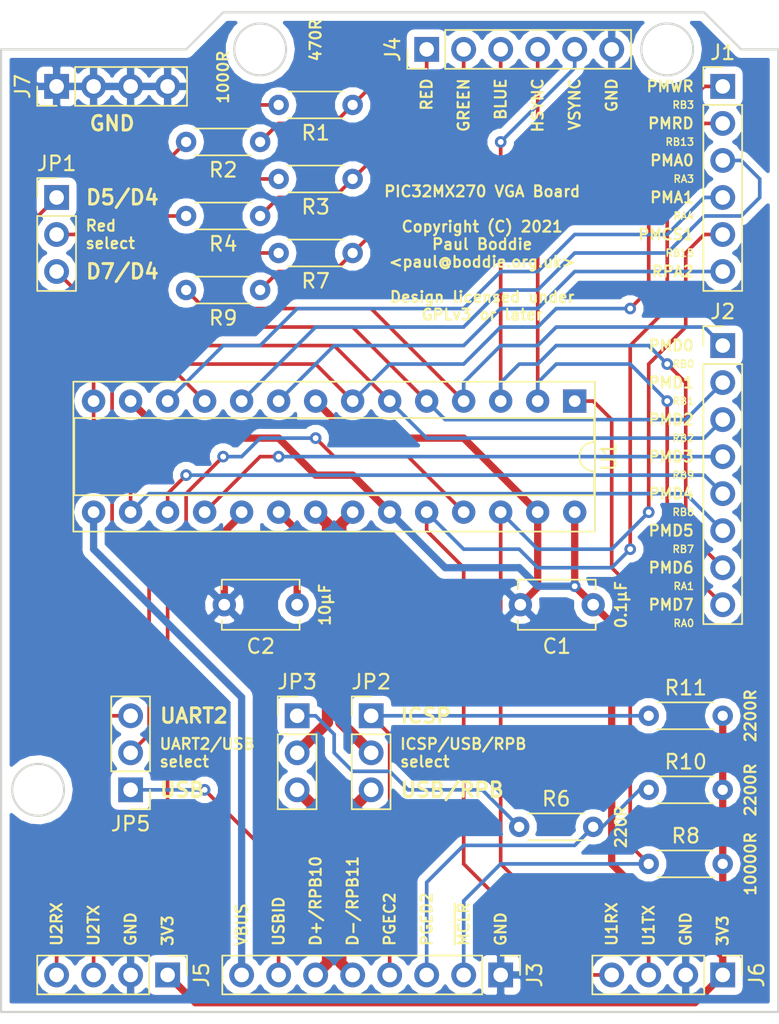
<source format=kicad_pcb>
(kicad_pcb (version 20171130) (host pcbnew 5.0.2+dfsg1-1)

  (general
    (thickness 1.6)
    (drawings 80)
    (tracks 281)
    (zones 0)
    (modules 24)
    (nets 36)
  )

  (page A4)
  (layers
    (0 F.Cu signal)
    (31 B.Cu signal)
    (32 B.Adhes user)
    (33 F.Adhes user)
    (34 B.Paste user)
    (35 F.Paste user)
    (36 B.SilkS user)
    (37 F.SilkS user)
    (38 B.Mask user)
    (39 F.Mask user)
    (40 Dwgs.User user)
    (41 Cmts.User user)
    (42 Eco1.User user)
    (43 Eco2.User user)
    (44 Edge.Cuts user)
    (45 Margin user)
    (46 B.CrtYd user)
    (47 F.CrtYd user)
    (48 B.Fab user)
    (49 F.Fab user)
  )

  (setup
    (last_trace_width 0.25)
    (trace_clearance 0.2)
    (zone_clearance 0.508)
    (zone_45_only no)
    (trace_min 0.2)
    (segment_width 0.2)
    (edge_width 0.15)
    (via_size 0.8)
    (via_drill 0.4)
    (via_min_size 0.4)
    (via_min_drill 0.3)
    (uvia_size 0.3)
    (uvia_drill 0.1)
    (uvias_allowed no)
    (uvia_min_size 0.2)
    (uvia_min_drill 0.1)
    (pcb_text_width 0.3)
    (pcb_text_size 1.5 1.5)
    (mod_edge_width 0.15)
    (mod_text_size 1 1)
    (mod_text_width 0.15)
    (pad_size 1.524 1.524)
    (pad_drill 0.762)
    (pad_to_mask_clearance 0.051)
    (solder_mask_min_width 0.25)
    (aux_axis_origin 0 0)
    (visible_elements FFFFFF7F)
    (pcbplotparams
      (layerselection 0x010fc_ffffffff)
      (usegerberextensions false)
      (usegerberattributes false)
      (usegerberadvancedattributes false)
      (creategerberjobfile false)
      (excludeedgelayer true)
      (linewidth 0.100000)
      (plotframeref false)
      (viasonmask false)
      (mode 1)
      (useauxorigin false)
      (hpglpennumber 1)
      (hpglpenspeed 20)
      (hpglpendiameter 15.000000)
      (psnegative false)
      (psa4output false)
      (plotreference true)
      (plotvalue true)
      (plotinvisibletext false)
      (padsonsilk false)
      (subtractmaskfromsilk false)
      (outputformat 1)
      (mirror false)
      (drillshape 1)
      (scaleselection 1)
      (outputdirectory ""))
  )

  (net 0 "")
  (net 1 +3V3)
  (net 2 GND)
  (net 3 /R)
  (net 4 /B)
  (net 5 /G)
  (net 6 /PMWR)
  (net 7 /PMRD)
  (net 8 /PMA0)
  (net 9 /PMA1)
  (net 10 /PMCS1)
  (net 11 /RPA2)
  (net 12 /PMD0)
  (net 13 /PMD1)
  (net 14 /PMD2)
  (net 15 /PMD3)
  (net 16 /PMD4)
  (net 17 /PMD5)
  (net 18 /PMD6)
  (net 19 /HS)
  (net 20 /VBUS)
  (net 21 /A2)
  (net 22 /A1)
  (net 23 /A0)
  (net 24 /U2TX)
  (net 25 /U2RX)
  (net 26 "Net-(JP1-Pad1)")
  (net 27 "Net-(JP1-Pad2)")
  (net 28 "Net-(R2-Pad2)")
  (net 29 /D-)
  (net 30 /D+)
  (net 31 "Net-(JP3-Pad1)")
  (net 32 /USB_D-)
  (net 33 /USB_D+)
  (net 34 /USBID)
  (net 35 /VCAP)

  (net_class Default "This is the default net class."
    (clearance 0.2)
    (trace_width 0.25)
    (via_dia 0.8)
    (via_drill 0.4)
    (uvia_dia 0.3)
    (uvia_drill 0.1)
    (add_net /A0)
    (add_net /A1)
    (add_net /A2)
    (add_net /B)
    (add_net /G)
    (add_net /HS)
    (add_net /PMA0)
    (add_net /PMA1)
    (add_net /PMCS1)
    (add_net /PMD0)
    (add_net /PMD1)
    (add_net /PMD2)
    (add_net /PMD3)
    (add_net /PMD4)
    (add_net /PMD5)
    (add_net /PMD6)
    (add_net /PMRD)
    (add_net /PMWR)
    (add_net /R)
    (add_net /RPA2)
    (add_net /U2RX)
    (add_net /U2TX)
    (add_net /USBID)
    (add_net "Net-(JP1-Pad1)")
    (add_net "Net-(JP1-Pad2)")
    (add_net "Net-(JP3-Pad1)")
    (add_net "Net-(R2-Pad2)")
  )

  (net_class Power ""
    (clearance 0.2)
    (trace_width 0.5)
    (via_dia 0.8)
    (via_drill 0.4)
    (uvia_dia 0.3)
    (uvia_drill 0.1)
    (add_net +3V3)
    (add_net /VBUS)
    (add_net /VCAP)
    (add_net GND)
  )

  (net_class USB ""
    (clearance 0.1524)
    (trace_width 0.25)
    (via_dia 0.8)
    (via_drill 0.4)
    (uvia_dia 0.3)
    (uvia_drill 0.1)
    (diff_pair_gap 0.1524)
    (diff_pair_width 0.77)
    (add_net /D+)
    (add_net /D-)
    (add_net /USB_D+)
    (add_net /USB_D-)
  )

  (module Package_DIP:DIP-28_W7.62mm_Socket (layer F.Cu) (tedit 5A02E8C5) (tstamp 61C602D7)
    (at 138.43 115.57 270)
    (descr "28-lead though-hole mounted DIP package, row spacing 7.62 mm (300 mils), Socket")
    (tags "THT DIP DIL PDIP 2.54mm 7.62mm 300mil Socket")
    (path /61B68C43)
    (fp_text reference U1 (at 3.81 -2.33 270) (layer F.SilkS)
      (effects (font (size 1 1) (thickness 0.15)))
    )
    (fp_text value PIC32MX270F256B (at 3.81 35.35 270) (layer F.Fab)
      (effects (font (size 1 1) (thickness 0.15)))
    )
    (fp_arc (start 3.81 -1.33) (end 2.81 -1.33) (angle -180) (layer F.SilkS) (width 0.12))
    (fp_line (start 1.635 -1.27) (end 6.985 -1.27) (layer F.Fab) (width 0.1))
    (fp_line (start 6.985 -1.27) (end 6.985 34.29) (layer F.Fab) (width 0.1))
    (fp_line (start 6.985 34.29) (end 0.635 34.29) (layer F.Fab) (width 0.1))
    (fp_line (start 0.635 34.29) (end 0.635 -0.27) (layer F.Fab) (width 0.1))
    (fp_line (start 0.635 -0.27) (end 1.635 -1.27) (layer F.Fab) (width 0.1))
    (fp_line (start -1.27 -1.33) (end -1.27 34.35) (layer F.Fab) (width 0.1))
    (fp_line (start -1.27 34.35) (end 8.89 34.35) (layer F.Fab) (width 0.1))
    (fp_line (start 8.89 34.35) (end 8.89 -1.33) (layer F.Fab) (width 0.1))
    (fp_line (start 8.89 -1.33) (end -1.27 -1.33) (layer F.Fab) (width 0.1))
    (fp_line (start 2.81 -1.33) (end 1.16 -1.33) (layer F.SilkS) (width 0.12))
    (fp_line (start 1.16 -1.33) (end 1.16 34.35) (layer F.SilkS) (width 0.12))
    (fp_line (start 1.16 34.35) (end 6.46 34.35) (layer F.SilkS) (width 0.12))
    (fp_line (start 6.46 34.35) (end 6.46 -1.33) (layer F.SilkS) (width 0.12))
    (fp_line (start 6.46 -1.33) (end 4.81 -1.33) (layer F.SilkS) (width 0.12))
    (fp_line (start -1.33 -1.39) (end -1.33 34.41) (layer F.SilkS) (width 0.12))
    (fp_line (start -1.33 34.41) (end 8.95 34.41) (layer F.SilkS) (width 0.12))
    (fp_line (start 8.95 34.41) (end 8.95 -1.39) (layer F.SilkS) (width 0.12))
    (fp_line (start 8.95 -1.39) (end -1.33 -1.39) (layer F.SilkS) (width 0.12))
    (fp_line (start -1.55 -1.6) (end -1.55 34.65) (layer F.CrtYd) (width 0.05))
    (fp_line (start -1.55 34.65) (end 9.15 34.65) (layer F.CrtYd) (width 0.05))
    (fp_line (start 9.15 34.65) (end 9.15 -1.6) (layer F.CrtYd) (width 0.05))
    (fp_line (start 9.15 -1.6) (end -1.55 -1.6) (layer F.CrtYd) (width 0.05))
    (fp_text user %R (at 3.81 16.51 270) (layer F.Fab)
      (effects (font (size 1 1) (thickness 0.15)))
    )
    (pad 1 thru_hole rect (at 0 0 270) (size 1.6 1.6) (drill 0.8) (layers *.Cu *.Mask)
      (net 23 /A0))
    (pad 15 thru_hole oval (at 7.62 33.02 270) (size 1.6 1.6) (drill 0.8) (layers *.Cu *.Mask)
      (net 20 /VBUS))
    (pad 2 thru_hole oval (at 0 2.54 270) (size 1.6 1.6) (drill 0.8) (layers *.Cu *.Mask)
      (net 19 /HS))
    (pad 16 thru_hole oval (at 7.62 30.48 270) (size 1.6 1.6) (drill 0.8) (layers *.Cu *.Mask)
      (net 17 /PMD5))
    (pad 3 thru_hole oval (at 0 5.08 270) (size 1.6 1.6) (drill 0.8) (layers *.Cu *.Mask)
      (net 18 /PMD6))
    (pad 17 thru_hole oval (at 7.62 27.94 270) (size 1.6 1.6) (drill 0.8) (layers *.Cu *.Mask)
      (net 16 /PMD4))
    (pad 4 thru_hole oval (at 0 7.62 270) (size 1.6 1.6) (drill 0.8) (layers *.Cu *.Mask)
      (net 12 /PMD0))
    (pad 18 thru_hole oval (at 7.62 25.4 270) (size 1.6 1.6) (drill 0.8) (layers *.Cu *.Mask)
      (net 15 /PMD3))
    (pad 5 thru_hole oval (at 0 10.16 270) (size 1.6 1.6) (drill 0.8) (layers *.Cu *.Mask)
      (net 13 /PMD1))
    (pad 19 thru_hole oval (at 7.62 22.86 270) (size 1.6 1.6) (drill 0.8) (layers *.Cu *.Mask)
      (net 2 GND))
    (pad 6 thru_hole oval (at 0 12.7 270) (size 1.6 1.6) (drill 0.8) (layers *.Cu *.Mask)
      (net 14 /PMD2))
    (pad 20 thru_hole oval (at 7.62 20.32 270) (size 1.6 1.6) (drill 0.8) (layers *.Cu *.Mask)
      (net 35 /VCAP))
    (pad 7 thru_hole oval (at 0 15.24 270) (size 1.6 1.6) (drill 0.8) (layers *.Cu *.Mask)
      (net 6 /PMWR))
    (pad 21 thru_hole oval (at 7.62 17.78 270) (size 1.6 1.6) (drill 0.8) (layers *.Cu *.Mask)
      (net 30 /D+))
    (pad 8 thru_hole oval (at 0 17.78 270) (size 1.6 1.6) (drill 0.8) (layers *.Cu *.Mask)
      (net 2 GND))
    (pad 22 thru_hole oval (at 7.62 15.24 270) (size 1.6 1.6) (drill 0.8) (layers *.Cu *.Mask)
      (net 29 /D-))
    (pad 9 thru_hole oval (at 0 20.32 270) (size 1.6 1.6) (drill 0.8) (layers *.Cu *.Mask)
      (net 11 /RPA2))
    (pad 23 thru_hole oval (at 7.62 12.7 270) (size 1.6 1.6) (drill 0.8) (layers *.Cu *.Mask)
      (net 1 +3V3))
    (pad 10 thru_hole oval (at 0 22.86 270) (size 1.6 1.6) (drill 0.8) (layers *.Cu *.Mask)
      (net 8 /PMA0))
    (pad 24 thru_hole oval (at 7.62 10.16 270) (size 1.6 1.6) (drill 0.8) (layers *.Cu *.Mask)
      (net 7 /PMRD))
    (pad 11 thru_hole oval (at 0 25.4 270) (size 1.6 1.6) (drill 0.8) (layers *.Cu *.Mask)
      (net 28 "Net-(R2-Pad2)"))
    (pad 25 thru_hole oval (at 7.62 7.62 270) (size 1.6 1.6) (drill 0.8) (layers *.Cu *.Mask)
      (net 24 /U2TX))
    (pad 12 thru_hole oval (at 0 27.94 270) (size 1.6 1.6) (drill 0.8) (layers *.Cu *.Mask)
      (net 9 /PMA1))
    (pad 26 thru_hole oval (at 7.62 5.08 270) (size 1.6 1.6) (drill 0.8) (layers *.Cu *.Mask)
      (net 10 /PMCS1))
    (pad 13 thru_hole oval (at 0 30.48 270) (size 1.6 1.6) (drill 0.8) (layers *.Cu *.Mask)
      (net 1 +3V3))
    (pad 27 thru_hole oval (at 7.62 2.54 270) (size 1.6 1.6) (drill 0.8) (layers *.Cu *.Mask)
      (net 2 GND))
    (pad 14 thru_hole oval (at 0 33.02 270) (size 1.6 1.6) (drill 0.8) (layers *.Cu *.Mask)
      (net 26 "Net-(JP1-Pad1)"))
    (pad 28 thru_hole oval (at 7.62 0 270) (size 1.6 1.6) (drill 0.8) (layers *.Cu *.Mask)
      (net 1 +3V3))
    (model ${KISYS3DMOD}/Package_DIP.3dshapes/DIP-28_W7.62mm_Socket.wrl
      (at (xyz 0 0 0))
      (scale (xyz 1 1 1))
      (rotate (xyz 0 0 0))
    )
  )

  (module Resistor_THT:R_Axial_DIN0204_L3.6mm_D1.6mm_P5.08mm_Horizontal (layer F.Cu) (tedit 5AE5139B) (tstamp 61BE6043)
    (at 123.19 105.41 180)
    (descr "Resistor, Axial_DIN0204 series, Axial, Horizontal, pin pitch=5.08mm, 0.167W, length*diameter=3.6*1.6mm^2, http://cdn-reichelt.de/documents/datenblatt/B400/1_4W%23YAG.pdf")
    (tags "Resistor Axial_DIN0204 series Axial Horizontal pin pitch 5.08mm 0.167W length 3.6mm diameter 1.6mm")
    (path /61B82C47)
    (fp_text reference R7 (at 2.54 -1.92 180) (layer F.SilkS)
      (effects (font (size 1 1) (thickness 0.15)))
    )
    (fp_text value 470R (at 2.54 1.92 180) (layer F.Fab)
      (effects (font (size 1 1) (thickness 0.15)))
    )
    (fp_text user %R (at 2.54 0 180) (layer F.Fab)
      (effects (font (size 0.72 0.72) (thickness 0.108)))
    )
    (fp_line (start 6.03 -1.05) (end -0.95 -1.05) (layer F.CrtYd) (width 0.05))
    (fp_line (start 6.03 1.05) (end 6.03 -1.05) (layer F.CrtYd) (width 0.05))
    (fp_line (start -0.95 1.05) (end 6.03 1.05) (layer F.CrtYd) (width 0.05))
    (fp_line (start -0.95 -1.05) (end -0.95 1.05) (layer F.CrtYd) (width 0.05))
    (fp_line (start 0.62 0.92) (end 4.46 0.92) (layer F.SilkS) (width 0.12))
    (fp_line (start 0.62 -0.92) (end 4.46 -0.92) (layer F.SilkS) (width 0.12))
    (fp_line (start 5.08 0) (end 4.34 0) (layer F.Fab) (width 0.1))
    (fp_line (start 0 0) (end 0.74 0) (layer F.Fab) (width 0.1))
    (fp_line (start 4.34 -0.8) (end 0.74 -0.8) (layer F.Fab) (width 0.1))
    (fp_line (start 4.34 0.8) (end 4.34 -0.8) (layer F.Fab) (width 0.1))
    (fp_line (start 0.74 0.8) (end 4.34 0.8) (layer F.Fab) (width 0.1))
    (fp_line (start 0.74 -0.8) (end 0.74 0.8) (layer F.Fab) (width 0.1))
    (pad 2 thru_hole oval (at 5.08 0 180) (size 1.4 1.4) (drill 0.7) (layers *.Cu *.Mask)
      (net 13 /PMD1))
    (pad 1 thru_hole circle (at 0 0 180) (size 1.4 1.4) (drill 0.7) (layers *.Cu *.Mask)
      (net 4 /B))
    (model ${KISYS3DMOD}/Resistor_THT.3dshapes/R_Axial_DIN0204_L3.6mm_D1.6mm_P5.08mm_Horizontal.wrl
      (at (xyz 0 0 0))
      (scale (xyz 1 1 1))
      (rotate (xyz 0 0 0))
    )
  )

  (module Resistor_THT:R_Axial_DIN0204_L3.6mm_D1.6mm_P5.08mm_Horizontal (layer F.Cu) (tedit 5AE5139B) (tstamp 61BE608C)
    (at 123.19 95.25 180)
    (descr "Resistor, Axial_DIN0204 series, Axial, Horizontal, pin pitch=5.08mm, 0.167W, length*diameter=3.6*1.6mm^2, http://cdn-reichelt.de/documents/datenblatt/B400/1_4W%23YAG.pdf")
    (tags "Resistor Axial_DIN0204 series Axial Horizontal pin pitch 5.08mm 0.167W length 3.6mm diameter 1.6mm")
    (path /61B82CAF)
    (fp_text reference R1 (at 2.54 -1.92 180) (layer F.SilkS)
      (effects (font (size 1 1) (thickness 0.15)))
    )
    (fp_text value 470R (at 2.54 1.92 180) (layer F.Fab)
      (effects (font (size 1 1) (thickness 0.15)))
    )
    (fp_text user %R (at 2.54 0 180) (layer F.Fab)
      (effects (font (size 0.72 0.72) (thickness 0.108)))
    )
    (fp_line (start 6.03 -1.05) (end -0.95 -1.05) (layer F.CrtYd) (width 0.05))
    (fp_line (start 6.03 1.05) (end 6.03 -1.05) (layer F.CrtYd) (width 0.05))
    (fp_line (start -0.95 1.05) (end 6.03 1.05) (layer F.CrtYd) (width 0.05))
    (fp_line (start -0.95 -1.05) (end -0.95 1.05) (layer F.CrtYd) (width 0.05))
    (fp_line (start 0.62 0.92) (end 4.46 0.92) (layer F.SilkS) (width 0.12))
    (fp_line (start 0.62 -0.92) (end 4.46 -0.92) (layer F.SilkS) (width 0.12))
    (fp_line (start 5.08 0) (end 4.34 0) (layer F.Fab) (width 0.1))
    (fp_line (start 0 0) (end 0.74 0) (layer F.Fab) (width 0.1))
    (fp_line (start 4.34 -0.8) (end 0.74 -0.8) (layer F.Fab) (width 0.1))
    (fp_line (start 4.34 0.8) (end 4.34 -0.8) (layer F.Fab) (width 0.1))
    (fp_line (start 0.74 0.8) (end 4.34 0.8) (layer F.Fab) (width 0.1))
    (fp_line (start 0.74 -0.8) (end 0.74 0.8) (layer F.Fab) (width 0.1))
    (pad 2 thru_hole oval (at 5.08 0 180) (size 1.4 1.4) (drill 0.7) (layers *.Cu *.Mask)
      (net 27 "Net-(JP1-Pad2)"))
    (pad 1 thru_hole circle (at 0 0 180) (size 1.4 1.4) (drill 0.7) (layers *.Cu *.Mask)
      (net 3 /R))
    (model ${KISYS3DMOD}/Resistor_THT.3dshapes/R_Axial_DIN0204_L3.6mm_D1.6mm_P5.08mm_Horizontal.wrl
      (at (xyz 0 0 0))
      (scale (xyz 1 1 1))
      (rotate (xyz 0 0 0))
    )
  )

  (module Capacitor_THT:C_Disc_D5.1mm_W3.2mm_P5.00mm (layer F.Cu) (tedit 5AE50EF0) (tstamp 61C5D8B8)
    (at 139.7 129.54 180)
    (descr "C, Disc series, Radial, pin pitch=5.00mm, , diameter*width=5.1*3.2mm^2, Capacitor, http://www.vishay.com/docs/45233/krseries.pdf")
    (tags "C Disc series Radial pin pitch 5.00mm  diameter 5.1mm width 3.2mm Capacitor")
    (path /61D1A7EF)
    (fp_text reference C1 (at 2.5 -2.85 180) (layer F.SilkS)
      (effects (font (size 1 1) (thickness 0.15)))
    )
    (fp_text value 0.1µF (at 2.5 2.85 180) (layer F.Fab)
      (effects (font (size 1 1) (thickness 0.15)))
    )
    (fp_line (start -0.05 -1.6) (end -0.05 1.6) (layer F.Fab) (width 0.1))
    (fp_line (start -0.05 1.6) (end 5.05 1.6) (layer F.Fab) (width 0.1))
    (fp_line (start 5.05 1.6) (end 5.05 -1.6) (layer F.Fab) (width 0.1))
    (fp_line (start 5.05 -1.6) (end -0.05 -1.6) (layer F.Fab) (width 0.1))
    (fp_line (start -0.17 -1.721) (end 5.17 -1.721) (layer F.SilkS) (width 0.12))
    (fp_line (start -0.17 1.721) (end 5.17 1.721) (layer F.SilkS) (width 0.12))
    (fp_line (start -0.17 -1.721) (end -0.17 -1.055) (layer F.SilkS) (width 0.12))
    (fp_line (start -0.17 1.055) (end -0.17 1.721) (layer F.SilkS) (width 0.12))
    (fp_line (start 5.17 -1.721) (end 5.17 -1.055) (layer F.SilkS) (width 0.12))
    (fp_line (start 5.17 1.055) (end 5.17 1.721) (layer F.SilkS) (width 0.12))
    (fp_line (start -1.05 -1.85) (end -1.05 1.85) (layer F.CrtYd) (width 0.05))
    (fp_line (start -1.05 1.85) (end 6.05 1.85) (layer F.CrtYd) (width 0.05))
    (fp_line (start 6.05 1.85) (end 6.05 -1.85) (layer F.CrtYd) (width 0.05))
    (fp_line (start 6.05 -1.85) (end -1.05 -1.85) (layer F.CrtYd) (width 0.05))
    (fp_text user %R (at 2.5 0 180) (layer F.Fab)
      (effects (font (size 1 1) (thickness 0.15)))
    )
    (pad 1 thru_hole circle (at 0 0 180) (size 1.6 1.6) (drill 0.8) (layers *.Cu *.Mask)
      (net 1 +3V3))
    (pad 2 thru_hole circle (at 5 0 180) (size 1.6 1.6) (drill 0.8) (layers *.Cu *.Mask)
      (net 2 GND))
    (model ${KISYS3DMOD}/Capacitor_THT.3dshapes/C_Disc_D5.1mm_W3.2mm_P5.00mm.wrl
      (at (xyz 0 0 0))
      (scale (xyz 1 1 1))
      (rotate (xyz 0 0 0))
    )
  )

  (module Capacitor_THT:C_Disc_D5.1mm_W3.2mm_P5.00mm (layer F.Cu) (tedit 5AE50EF0) (tstamp 61C30291)
    (at 119.38 129.54 180)
    (descr "C, Disc series, Radial, pin pitch=5.00mm, , diameter*width=5.1*3.2mm^2, Capacitor, http://www.vishay.com/docs/45233/krseries.pdf")
    (tags "C Disc series Radial pin pitch 5.00mm  diameter 5.1mm width 3.2mm Capacitor")
    (path /61B69874)
    (fp_text reference C2 (at 2.5 -2.85 180) (layer F.SilkS)
      (effects (font (size 1 1) (thickness 0.15)))
    )
    (fp_text value 10µF (at 2.5 2.85 180) (layer F.Fab)
      (effects (font (size 1 1) (thickness 0.15)))
    )
    (fp_text user %R (at 2.5 0 180) (layer F.Fab)
      (effects (font (size 1 1) (thickness 0.15)))
    )
    (fp_line (start 6.05 -1.85) (end -1.05 -1.85) (layer F.CrtYd) (width 0.05))
    (fp_line (start 6.05 1.85) (end 6.05 -1.85) (layer F.CrtYd) (width 0.05))
    (fp_line (start -1.05 1.85) (end 6.05 1.85) (layer F.CrtYd) (width 0.05))
    (fp_line (start -1.05 -1.85) (end -1.05 1.85) (layer F.CrtYd) (width 0.05))
    (fp_line (start 5.17 1.055) (end 5.17 1.721) (layer F.SilkS) (width 0.12))
    (fp_line (start 5.17 -1.721) (end 5.17 -1.055) (layer F.SilkS) (width 0.12))
    (fp_line (start -0.17 1.055) (end -0.17 1.721) (layer F.SilkS) (width 0.12))
    (fp_line (start -0.17 -1.721) (end -0.17 -1.055) (layer F.SilkS) (width 0.12))
    (fp_line (start -0.17 1.721) (end 5.17 1.721) (layer F.SilkS) (width 0.12))
    (fp_line (start -0.17 -1.721) (end 5.17 -1.721) (layer F.SilkS) (width 0.12))
    (fp_line (start 5.05 -1.6) (end -0.05 -1.6) (layer F.Fab) (width 0.1))
    (fp_line (start 5.05 1.6) (end 5.05 -1.6) (layer F.Fab) (width 0.1))
    (fp_line (start -0.05 1.6) (end 5.05 1.6) (layer F.Fab) (width 0.1))
    (fp_line (start -0.05 -1.6) (end -0.05 1.6) (layer F.Fab) (width 0.1))
    (pad 2 thru_hole circle (at 5 0 180) (size 1.6 1.6) (drill 0.8) (layers *.Cu *.Mask)
      (net 2 GND))
    (pad 1 thru_hole circle (at 0 0 180) (size 1.6 1.6) (drill 0.8) (layers *.Cu *.Mask)
      (net 35 /VCAP))
    (model ${KISYS3DMOD}/Capacitor_THT.3dshapes/C_Disc_D5.1mm_W3.2mm_P5.00mm.wrl
      (at (xyz 0 0 0))
      (scale (xyz 1 1 1))
      (rotate (xyz 0 0 0))
    )
  )

  (module Connector_PinHeader_2.54mm:PinHeader_1x06_P2.54mm_Vertical (layer F.Cu) (tedit 59FED5CC) (tstamp 61C5E486)
    (at 148.59 93.98)
    (descr "Through hole straight pin header, 1x06, 2.54mm pitch, single row")
    (tags "Through hole pin header THT 1x06 2.54mm single row")
    (path /62407042)
    (fp_text reference J1 (at 0 -2.33) (layer F.SilkS)
      (effects (font (size 1 1) (thickness 0.15)))
    )
    (fp_text value PMP (at 0 15.03) (layer F.Fab)
      (effects (font (size 1 1) (thickness 0.15)))
    )
    (fp_line (start -0.635 -1.27) (end 1.27 -1.27) (layer F.Fab) (width 0.1))
    (fp_line (start 1.27 -1.27) (end 1.27 13.97) (layer F.Fab) (width 0.1))
    (fp_line (start 1.27 13.97) (end -1.27 13.97) (layer F.Fab) (width 0.1))
    (fp_line (start -1.27 13.97) (end -1.27 -0.635) (layer F.Fab) (width 0.1))
    (fp_line (start -1.27 -0.635) (end -0.635 -1.27) (layer F.Fab) (width 0.1))
    (fp_line (start -1.33 14.03) (end 1.33 14.03) (layer F.SilkS) (width 0.12))
    (fp_line (start -1.33 1.27) (end -1.33 14.03) (layer F.SilkS) (width 0.12))
    (fp_line (start 1.33 1.27) (end 1.33 14.03) (layer F.SilkS) (width 0.12))
    (fp_line (start -1.33 1.27) (end 1.33 1.27) (layer F.SilkS) (width 0.12))
    (fp_line (start -1.33 0) (end -1.33 -1.33) (layer F.SilkS) (width 0.12))
    (fp_line (start -1.33 -1.33) (end 0 -1.33) (layer F.SilkS) (width 0.12))
    (fp_line (start -1.8 -1.8) (end -1.8 14.5) (layer F.CrtYd) (width 0.05))
    (fp_line (start -1.8 14.5) (end 1.8 14.5) (layer F.CrtYd) (width 0.05))
    (fp_line (start 1.8 14.5) (end 1.8 -1.8) (layer F.CrtYd) (width 0.05))
    (fp_line (start 1.8 -1.8) (end -1.8 -1.8) (layer F.CrtYd) (width 0.05))
    (fp_text user %R (at 0 6.35 90) (layer F.Fab)
      (effects (font (size 1 1) (thickness 0.15)))
    )
    (pad 1 thru_hole rect (at 0 0) (size 1.7 1.7) (drill 1) (layers *.Cu *.Mask)
      (net 6 /PMWR))
    (pad 2 thru_hole oval (at 0 2.54) (size 1.7 1.7) (drill 1) (layers *.Cu *.Mask)
      (net 7 /PMRD))
    (pad 3 thru_hole oval (at 0 5.08) (size 1.7 1.7) (drill 1) (layers *.Cu *.Mask)
      (net 8 /PMA0))
    (pad 4 thru_hole oval (at 0 7.62) (size 1.7 1.7) (drill 1) (layers *.Cu *.Mask)
      (net 9 /PMA1))
    (pad 5 thru_hole oval (at 0 10.16) (size 1.7 1.7) (drill 1) (layers *.Cu *.Mask)
      (net 10 /PMCS1))
    (pad 6 thru_hole oval (at 0 12.7) (size 1.7 1.7) (drill 1) (layers *.Cu *.Mask)
      (net 11 /RPA2))
    (model ${KISYS3DMOD}/Connector_PinHeader_2.54mm.3dshapes/PinHeader_1x06_P2.54mm_Vertical.wrl
      (at (xyz 0 0 0))
      (scale (xyz 1 1 1))
      (rotate (xyz 0 0 0))
    )
  )

  (module Connector_PinHeader_2.54mm:PinHeader_1x08_P2.54mm_Vertical (layer F.Cu) (tedit 59FED5CC) (tstamp 61C5FA59)
    (at 148.59 111.76)
    (descr "Through hole straight pin header, 1x08, 2.54mm pitch, single row")
    (tags "Through hole pin header THT 1x08 2.54mm single row")
    (path /62406C6B)
    (fp_text reference J2 (at 0 -2.33) (layer F.SilkS)
      (effects (font (size 1 1) (thickness 0.15)))
    )
    (fp_text value PMD (at 0 20.11) (layer F.Fab)
      (effects (font (size 1 1) (thickness 0.15)))
    )
    (fp_line (start -0.635 -1.27) (end 1.27 -1.27) (layer F.Fab) (width 0.1))
    (fp_line (start 1.27 -1.27) (end 1.27 19.05) (layer F.Fab) (width 0.1))
    (fp_line (start 1.27 19.05) (end -1.27 19.05) (layer F.Fab) (width 0.1))
    (fp_line (start -1.27 19.05) (end -1.27 -0.635) (layer F.Fab) (width 0.1))
    (fp_line (start -1.27 -0.635) (end -0.635 -1.27) (layer F.Fab) (width 0.1))
    (fp_line (start -1.33 19.11) (end 1.33 19.11) (layer F.SilkS) (width 0.12))
    (fp_line (start -1.33 1.27) (end -1.33 19.11) (layer F.SilkS) (width 0.12))
    (fp_line (start 1.33 1.27) (end 1.33 19.11) (layer F.SilkS) (width 0.12))
    (fp_line (start -1.33 1.27) (end 1.33 1.27) (layer F.SilkS) (width 0.12))
    (fp_line (start -1.33 0) (end -1.33 -1.33) (layer F.SilkS) (width 0.12))
    (fp_line (start -1.33 -1.33) (end 0 -1.33) (layer F.SilkS) (width 0.12))
    (fp_line (start -1.8 -1.8) (end -1.8 19.55) (layer F.CrtYd) (width 0.05))
    (fp_line (start -1.8 19.55) (end 1.8 19.55) (layer F.CrtYd) (width 0.05))
    (fp_line (start 1.8 19.55) (end 1.8 -1.8) (layer F.CrtYd) (width 0.05))
    (fp_line (start 1.8 -1.8) (end -1.8 -1.8) (layer F.CrtYd) (width 0.05))
    (fp_text user %R (at 0 8.89 90) (layer F.Fab)
      (effects (font (size 1 1) (thickness 0.15)))
    )
    (pad 1 thru_hole rect (at 0 0) (size 1.7 1.7) (drill 1) (layers *.Cu *.Mask)
      (net 12 /PMD0))
    (pad 2 thru_hole oval (at 0 2.54) (size 1.7 1.7) (drill 1) (layers *.Cu *.Mask)
      (net 13 /PMD1))
    (pad 3 thru_hole oval (at 0 5.08) (size 1.7 1.7) (drill 1) (layers *.Cu *.Mask)
      (net 14 /PMD2))
    (pad 4 thru_hole oval (at 0 7.62) (size 1.7 1.7) (drill 1) (layers *.Cu *.Mask)
      (net 15 /PMD3))
    (pad 5 thru_hole oval (at 0 10.16) (size 1.7 1.7) (drill 1) (layers *.Cu *.Mask)
      (net 16 /PMD4))
    (pad 6 thru_hole oval (at 0 12.7) (size 1.7 1.7) (drill 1) (layers *.Cu *.Mask)
      (net 17 /PMD5))
    (pad 7 thru_hole oval (at 0 15.24) (size 1.7 1.7) (drill 1) (layers *.Cu *.Mask)
      (net 18 /PMD6))
    (pad 8 thru_hole oval (at 0 17.78) (size 1.7 1.7) (drill 1) (layers *.Cu *.Mask)
      (net 19 /HS))
    (model ${KISYS3DMOD}/Connector_PinHeader_2.54mm.3dshapes/PinHeader_1x08_P2.54mm_Vertical.wrl
      (at (xyz 0 0 0))
      (scale (xyz 1 1 1))
      (rotate (xyz 0 0 0))
    )
  )

  (module Connector_PinHeader_2.54mm:PinHeader_1x06_P2.54mm_Vertical (layer F.Cu) (tedit 59FED5CC) (tstamp 61BF1C2B)
    (at 128.27 91.44 90)
    (descr "Through hole straight pin header, 1x06, 2.54mm pitch, single row")
    (tags "Through hole pin header THT 1x06 2.54mm single row")
    (path /61BAE4DF)
    (fp_text reference J4 (at 0 -2.33 90) (layer F.SilkS)
      (effects (font (size 1 1) (thickness 0.15)))
    )
    (fp_text value VGA (at 2.54 6.35 180) (layer F.Fab)
      (effects (font (size 1 1) (thickness 0.15)))
    )
    (fp_line (start -0.635 -1.27) (end 1.27 -1.27) (layer F.Fab) (width 0.1))
    (fp_line (start 1.27 -1.27) (end 1.27 13.97) (layer F.Fab) (width 0.1))
    (fp_line (start 1.27 13.97) (end -1.27 13.97) (layer F.Fab) (width 0.1))
    (fp_line (start -1.27 13.97) (end -1.27 -0.635) (layer F.Fab) (width 0.1))
    (fp_line (start -1.27 -0.635) (end -0.635 -1.27) (layer F.Fab) (width 0.1))
    (fp_line (start -1.33 14.03) (end 1.33 14.03) (layer F.SilkS) (width 0.12))
    (fp_line (start -1.33 1.27) (end -1.33 14.03) (layer F.SilkS) (width 0.12))
    (fp_line (start 1.33 1.27) (end 1.33 14.03) (layer F.SilkS) (width 0.12))
    (fp_line (start -1.33 1.27) (end 1.33 1.27) (layer F.SilkS) (width 0.12))
    (fp_line (start -1.33 0) (end -1.33 -1.33) (layer F.SilkS) (width 0.12))
    (fp_line (start -1.33 -1.33) (end 0 -1.33) (layer F.SilkS) (width 0.12))
    (fp_line (start -1.8 -1.8) (end -1.8 14.5) (layer F.CrtYd) (width 0.05))
    (fp_line (start -1.8 14.5) (end 1.8 14.5) (layer F.CrtYd) (width 0.05))
    (fp_line (start 1.8 14.5) (end 1.8 -1.8) (layer F.CrtYd) (width 0.05))
    (fp_line (start 1.8 -1.8) (end -1.8 -1.8) (layer F.CrtYd) (width 0.05))
    (fp_text user %R (at 0 6.35 180) (layer F.Fab)
      (effects (font (size 1 1) (thickness 0.15)))
    )
    (pad 1 thru_hole rect (at 0 0 90) (size 1.7 1.7) (drill 1) (layers *.Cu *.Mask)
      (net 3 /R))
    (pad 2 thru_hole oval (at 0 2.54 90) (size 1.7 1.7) (drill 1) (layers *.Cu *.Mask)
      (net 5 /G))
    (pad 3 thru_hole oval (at 0 5.08 90) (size 1.7 1.7) (drill 1) (layers *.Cu *.Mask)
      (net 4 /B))
    (pad 4 thru_hole oval (at 0 7.62 90) (size 1.7 1.7) (drill 1) (layers *.Cu *.Mask)
      (net 19 /HS))
    (pad 5 thru_hole oval (at 0 10.16 90) (size 1.7 1.7) (drill 1) (layers *.Cu *.Mask)
      (net 18 /PMD6))
    (pad 6 thru_hole oval (at 0 12.7 90) (size 1.7 1.7) (drill 1) (layers *.Cu *.Mask)
      (net 2 GND))
    (model ${KISYS3DMOD}/Connector_PinHeader_2.54mm.3dshapes/PinHeader_1x06_P2.54mm_Vertical.wrl
      (at (xyz 0 0 0))
      (scale (xyz 1 1 1))
      (rotate (xyz 0 0 0))
    )
  )

  (module Connector_PinHeader_2.54mm:PinHeader_1x04_P2.54mm_Vertical (layer F.Cu) (tedit 59FED5CC) (tstamp 61C61A00)
    (at 110.49 154.94 270)
    (descr "Through hole straight pin header, 1x04, 2.54mm pitch, single row")
    (tags "Through hole pin header THT 1x04 2.54mm single row")
    (path /622155E3)
    (fp_text reference J5 (at 0 -2.33 270) (layer F.SilkS)
      (effects (font (size 1 1) (thickness 0.15)))
    )
    (fp_text value UART2 (at 2.54 3.81) (layer F.Fab)
      (effects (font (size 1 1) (thickness 0.15)))
    )
    (fp_line (start -0.635 -1.27) (end 1.27 -1.27) (layer F.Fab) (width 0.1))
    (fp_line (start 1.27 -1.27) (end 1.27 8.89) (layer F.Fab) (width 0.1))
    (fp_line (start 1.27 8.89) (end -1.27 8.89) (layer F.Fab) (width 0.1))
    (fp_line (start -1.27 8.89) (end -1.27 -0.635) (layer F.Fab) (width 0.1))
    (fp_line (start -1.27 -0.635) (end -0.635 -1.27) (layer F.Fab) (width 0.1))
    (fp_line (start -1.33 8.95) (end 1.33 8.95) (layer F.SilkS) (width 0.12))
    (fp_line (start -1.33 1.27) (end -1.33 8.95) (layer F.SilkS) (width 0.12))
    (fp_line (start 1.33 1.27) (end 1.33 8.95) (layer F.SilkS) (width 0.12))
    (fp_line (start -1.33 1.27) (end 1.33 1.27) (layer F.SilkS) (width 0.12))
    (fp_line (start -1.33 0) (end -1.33 -1.33) (layer F.SilkS) (width 0.12))
    (fp_line (start -1.33 -1.33) (end 0 -1.33) (layer F.SilkS) (width 0.12))
    (fp_line (start -1.8 -1.8) (end -1.8 9.4) (layer F.CrtYd) (width 0.05))
    (fp_line (start -1.8 9.4) (end 1.8 9.4) (layer F.CrtYd) (width 0.05))
    (fp_line (start 1.8 9.4) (end 1.8 -1.8) (layer F.CrtYd) (width 0.05))
    (fp_line (start 1.8 -1.8) (end -1.8 -1.8) (layer F.CrtYd) (width 0.05))
    (fp_text user %R (at 0 3.81) (layer F.Fab)
      (effects (font (size 1 1) (thickness 0.15)))
    )
    (pad 1 thru_hole rect (at 0 0 270) (size 1.7 1.7) (drill 1) (layers *.Cu *.Mask)
      (net 1 +3V3))
    (pad 2 thru_hole oval (at 0 2.54 270) (size 1.7 1.7) (drill 1) (layers *.Cu *.Mask)
      (net 2 GND))
    (pad 3 thru_hole oval (at 0 5.08 270) (size 1.7 1.7) (drill 1) (layers *.Cu *.Mask)
      (net 24 /U2TX))
    (pad 4 thru_hole oval (at 0 7.62 270) (size 1.7 1.7) (drill 1) (layers *.Cu *.Mask)
      (net 25 /U2RX))
    (model ${KISYS3DMOD}/Connector_PinHeader_2.54mm.3dshapes/PinHeader_1x04_P2.54mm_Vertical.wrl
      (at (xyz 0 0 0))
      (scale (xyz 1 1 1))
      (rotate (xyz 0 0 0))
    )
  )

  (module Connector_PinHeader_2.54mm:PinHeader_1x04_P2.54mm_Vertical (layer F.Cu) (tedit 59FED5CC) (tstamp 61C60599)
    (at 148.59 154.94 270)
    (descr "Through hole straight pin header, 1x04, 2.54mm pitch, single row")
    (tags "Through hole pin header THT 1x04 2.54mm single row")
    (path /61B81D01)
    (fp_text reference J6 (at 0 -2.33 270) (layer F.SilkS)
      (effects (font (size 1 1) (thickness 0.15)))
    )
    (fp_text value UART1 (at 2.54 3.81) (layer F.Fab)
      (effects (font (size 1 1) (thickness 0.15)))
    )
    (fp_text user %R (at 0 3.81) (layer F.Fab)
      (effects (font (size 1 1) (thickness 0.15)))
    )
    (fp_line (start 1.8 -1.8) (end -1.8 -1.8) (layer F.CrtYd) (width 0.05))
    (fp_line (start 1.8 9.4) (end 1.8 -1.8) (layer F.CrtYd) (width 0.05))
    (fp_line (start -1.8 9.4) (end 1.8 9.4) (layer F.CrtYd) (width 0.05))
    (fp_line (start -1.8 -1.8) (end -1.8 9.4) (layer F.CrtYd) (width 0.05))
    (fp_line (start -1.33 -1.33) (end 0 -1.33) (layer F.SilkS) (width 0.12))
    (fp_line (start -1.33 0) (end -1.33 -1.33) (layer F.SilkS) (width 0.12))
    (fp_line (start -1.33 1.27) (end 1.33 1.27) (layer F.SilkS) (width 0.12))
    (fp_line (start 1.33 1.27) (end 1.33 8.95) (layer F.SilkS) (width 0.12))
    (fp_line (start -1.33 1.27) (end -1.33 8.95) (layer F.SilkS) (width 0.12))
    (fp_line (start -1.33 8.95) (end 1.33 8.95) (layer F.SilkS) (width 0.12))
    (fp_line (start -1.27 -0.635) (end -0.635 -1.27) (layer F.Fab) (width 0.1))
    (fp_line (start -1.27 8.89) (end -1.27 -0.635) (layer F.Fab) (width 0.1))
    (fp_line (start 1.27 8.89) (end -1.27 8.89) (layer F.Fab) (width 0.1))
    (fp_line (start 1.27 -1.27) (end 1.27 8.89) (layer F.Fab) (width 0.1))
    (fp_line (start -0.635 -1.27) (end 1.27 -1.27) (layer F.Fab) (width 0.1))
    (pad 4 thru_hole oval (at 0 7.62 270) (size 1.7 1.7) (drill 1) (layers *.Cu *.Mask)
      (net 7 /PMRD))
    (pad 3 thru_hole oval (at 0 5.08 270) (size 1.7 1.7) (drill 1) (layers *.Cu *.Mask)
      (net 10 /PMCS1))
    (pad 2 thru_hole oval (at 0 2.54 270) (size 1.7 1.7) (drill 1) (layers *.Cu *.Mask)
      (net 2 GND))
    (pad 1 thru_hole rect (at 0 0 270) (size 1.7 1.7) (drill 1) (layers *.Cu *.Mask)
      (net 1 +3V3))
    (model ${KISYS3DMOD}/Connector_PinHeader_2.54mm.3dshapes/PinHeader_1x04_P2.54mm_Vertical.wrl
      (at (xyz 0 0 0))
      (scale (xyz 1 1 1))
      (rotate (xyz 0 0 0))
    )
  )

  (module Connector_PinHeader_2.54mm:PinHeader_1x03_P2.54mm_Vertical (layer F.Cu) (tedit 59FED5CC) (tstamp 61BFBDD2)
    (at 102.87 101.6)
    (descr "Through hole straight pin header, 1x03, 2.54mm pitch, single row")
    (tags "Through hole pin header THT 1x03 2.54mm single row")
    (path /61E64345)
    (fp_text reference JP1 (at 0 -2.33) (layer F.SilkS)
      (effects (font (size 1 1) (thickness 0.15)))
    )
    (fp_text value D5/D7 (at 0 7.41) (layer F.Fab)
      (effects (font (size 1 1) (thickness 0.15)))
    )
    (fp_line (start -0.635 -1.27) (end 1.27 -1.27) (layer F.Fab) (width 0.1))
    (fp_line (start 1.27 -1.27) (end 1.27 6.35) (layer F.Fab) (width 0.1))
    (fp_line (start 1.27 6.35) (end -1.27 6.35) (layer F.Fab) (width 0.1))
    (fp_line (start -1.27 6.35) (end -1.27 -0.635) (layer F.Fab) (width 0.1))
    (fp_line (start -1.27 -0.635) (end -0.635 -1.27) (layer F.Fab) (width 0.1))
    (fp_line (start -1.33 6.41) (end 1.33 6.41) (layer F.SilkS) (width 0.12))
    (fp_line (start -1.33 1.27) (end -1.33 6.41) (layer F.SilkS) (width 0.12))
    (fp_line (start 1.33 1.27) (end 1.33 6.41) (layer F.SilkS) (width 0.12))
    (fp_line (start -1.33 1.27) (end 1.33 1.27) (layer F.SilkS) (width 0.12))
    (fp_line (start -1.33 0) (end -1.33 -1.33) (layer F.SilkS) (width 0.12))
    (fp_line (start -1.33 -1.33) (end 0 -1.33) (layer F.SilkS) (width 0.12))
    (fp_line (start -1.8 -1.8) (end -1.8 6.85) (layer F.CrtYd) (width 0.05))
    (fp_line (start -1.8 6.85) (end 1.8 6.85) (layer F.CrtYd) (width 0.05))
    (fp_line (start 1.8 6.85) (end 1.8 -1.8) (layer F.CrtYd) (width 0.05))
    (fp_line (start 1.8 -1.8) (end -1.8 -1.8) (layer F.CrtYd) (width 0.05))
    (fp_text user %R (at 0 2.54 90) (layer F.Fab)
      (effects (font (size 1 1) (thickness 0.15)))
    )
    (pad 1 thru_hole rect (at 0 0) (size 1.7 1.7) (drill 1) (layers *.Cu *.Mask)
      (net 26 "Net-(JP1-Pad1)"))
    (pad 2 thru_hole oval (at 0 2.54) (size 1.7 1.7) (drill 1) (layers *.Cu *.Mask)
      (net 27 "Net-(JP1-Pad2)"))
    (pad 3 thru_hole oval (at 0 5.08) (size 1.7 1.7) (drill 1) (layers *.Cu *.Mask)
      (net 17 /PMD5))
    (model ${KISYS3DMOD}/Connector_PinHeader_2.54mm.3dshapes/PinHeader_1x03_P2.54mm_Vertical.wrl
      (at (xyz 0 0 0))
      (scale (xyz 1 1 1))
      (rotate (xyz 0 0 0))
    )
  )

  (module Connector_PinHeader_2.54mm:PinHeader_1x03_P2.54mm_Vertical (layer F.Cu) (tedit 59FED5CC) (tstamp 61BF35EF)
    (at 107.95 142.24 180)
    (descr "Through hole straight pin header, 1x03, 2.54mm pitch, single row")
    (tags "Through hole pin header THT 1x03 2.54mm single row")
    (path /61F053A9)
    (fp_text reference JP5 (at 0 -2.33 180) (layer F.SilkS)
      (effects (font (size 1 1) (thickness 0.15)))
    )
    (fp_text value USBID/U2RX (at 0 7.41 180) (layer F.Fab)
      (effects (font (size 1 1) (thickness 0.15)))
    )
    (fp_text user %R (at 0 2.54 90) (layer F.Fab)
      (effects (font (size 1 1) (thickness 0.15)))
    )
    (fp_line (start 1.8 -1.8) (end -1.8 -1.8) (layer F.CrtYd) (width 0.05))
    (fp_line (start 1.8 6.85) (end 1.8 -1.8) (layer F.CrtYd) (width 0.05))
    (fp_line (start -1.8 6.85) (end 1.8 6.85) (layer F.CrtYd) (width 0.05))
    (fp_line (start -1.8 -1.8) (end -1.8 6.85) (layer F.CrtYd) (width 0.05))
    (fp_line (start -1.33 -1.33) (end 0 -1.33) (layer F.SilkS) (width 0.12))
    (fp_line (start -1.33 0) (end -1.33 -1.33) (layer F.SilkS) (width 0.12))
    (fp_line (start -1.33 1.27) (end 1.33 1.27) (layer F.SilkS) (width 0.12))
    (fp_line (start 1.33 1.27) (end 1.33 6.41) (layer F.SilkS) (width 0.12))
    (fp_line (start -1.33 1.27) (end -1.33 6.41) (layer F.SilkS) (width 0.12))
    (fp_line (start -1.33 6.41) (end 1.33 6.41) (layer F.SilkS) (width 0.12))
    (fp_line (start -1.27 -0.635) (end -0.635 -1.27) (layer F.Fab) (width 0.1))
    (fp_line (start -1.27 6.35) (end -1.27 -0.635) (layer F.Fab) (width 0.1))
    (fp_line (start 1.27 6.35) (end -1.27 6.35) (layer F.Fab) (width 0.1))
    (fp_line (start 1.27 -1.27) (end 1.27 6.35) (layer F.Fab) (width 0.1))
    (fp_line (start -0.635 -1.27) (end 1.27 -1.27) (layer F.Fab) (width 0.1))
    (pad 3 thru_hole oval (at 0 5.08 180) (size 1.7 1.7) (drill 1) (layers *.Cu *.Mask)
      (net 25 /U2RX))
    (pad 2 thru_hole oval (at 0 2.54 180) (size 1.7 1.7) (drill 1) (layers *.Cu *.Mask)
      (net 26 "Net-(JP1-Pad1)"))
    (pad 1 thru_hole rect (at 0 0 180) (size 1.7 1.7) (drill 1) (layers *.Cu *.Mask)
      (net 34 /USBID))
    (model ${KISYS3DMOD}/Connector_PinHeader_2.54mm.3dshapes/PinHeader_1x03_P2.54mm_Vertical.wrl
      (at (xyz 0 0 0))
      (scale (xyz 1 1 1))
      (rotate (xyz 0 0 0))
    )
  )

  (module Resistor_THT:R_Axial_DIN0204_L3.6mm_D1.6mm_P5.08mm_Horizontal (layer F.Cu) (tedit 5AE5139B) (tstamp 61BF1CA5)
    (at 116.84 97.79 180)
    (descr "Resistor, Axial_DIN0204 series, Axial, Horizontal, pin pitch=5.08mm, 0.167W, length*diameter=3.6*1.6mm^2, http://cdn-reichelt.de/documents/datenblatt/B400/1_4W%23YAG.pdf")
    (tags "Resistor Axial_DIN0204 series Axial Horizontal pin pitch 5.08mm 0.167W length 3.6mm diameter 1.6mm")
    (path /61B82AD0)
    (fp_text reference R2 (at 2.54 -1.92 180) (layer F.SilkS)
      (effects (font (size 1 1) (thickness 0.15)))
    )
    (fp_text value 1000R (at 2.54 1.92 180) (layer F.Fab)
      (effects (font (size 1 1) (thickness 0.15)))
    )
    (fp_line (start 0.74 -0.8) (end 0.74 0.8) (layer F.Fab) (width 0.1))
    (fp_line (start 0.74 0.8) (end 4.34 0.8) (layer F.Fab) (width 0.1))
    (fp_line (start 4.34 0.8) (end 4.34 -0.8) (layer F.Fab) (width 0.1))
    (fp_line (start 4.34 -0.8) (end 0.74 -0.8) (layer F.Fab) (width 0.1))
    (fp_line (start 0 0) (end 0.74 0) (layer F.Fab) (width 0.1))
    (fp_line (start 5.08 0) (end 4.34 0) (layer F.Fab) (width 0.1))
    (fp_line (start 0.62 -0.92) (end 4.46 -0.92) (layer F.SilkS) (width 0.12))
    (fp_line (start 0.62 0.92) (end 4.46 0.92) (layer F.SilkS) (width 0.12))
    (fp_line (start -0.95 -1.05) (end -0.95 1.05) (layer F.CrtYd) (width 0.05))
    (fp_line (start -0.95 1.05) (end 6.03 1.05) (layer F.CrtYd) (width 0.05))
    (fp_line (start 6.03 1.05) (end 6.03 -1.05) (layer F.CrtYd) (width 0.05))
    (fp_line (start 6.03 -1.05) (end -0.95 -1.05) (layer F.CrtYd) (width 0.05))
    (fp_text user %R (at 2.54 0 180) (layer F.Fab)
      (effects (font (size 0.72 0.72) (thickness 0.108)))
    )
    (pad 1 thru_hole circle (at 0 0 180) (size 1.4 1.4) (drill 0.7) (layers *.Cu *.Mask)
      (net 3 /R))
    (pad 2 thru_hole oval (at 5.08 0 180) (size 1.4 1.4) (drill 0.7) (layers *.Cu *.Mask)
      (net 28 "Net-(R2-Pad2)"))
    (model ${KISYS3DMOD}/Resistor_THT.3dshapes/R_Axial_DIN0204_L3.6mm_D1.6mm_P5.08mm_Horizontal.wrl
      (at (xyz 0 0 0))
      (scale (xyz 1 1 1))
      (rotate (xyz 0 0 0))
    )
  )

  (module Resistor_THT:R_Axial_DIN0204_L3.6mm_D1.6mm_P5.08mm_Horizontal (layer F.Cu) (tedit 5AE5139B) (tstamp 61BF1D89)
    (at 123.19 100.33 180)
    (descr "Resistor, Axial_DIN0204 series, Axial, Horizontal, pin pitch=5.08mm, 0.167W, length*diameter=3.6*1.6mm^2, http://cdn-reichelt.de/documents/datenblatt/B400/1_4W%23YAG.pdf")
    (tags "Resistor Axial_DIN0204 series Axial Horizontal pin pitch 5.08mm 0.167W length 3.6mm diameter 1.6mm")
    (path /61B82BB6)
    (fp_text reference R3 (at 2.54 -1.92 180) (layer F.SilkS)
      (effects (font (size 1 1) (thickness 0.15)))
    )
    (fp_text value 470R (at 2.54 1.92 180) (layer F.Fab)
      (effects (font (size 1 1) (thickness 0.15)))
    )
    (fp_text user %R (at 2.54 0 180) (layer F.Fab)
      (effects (font (size 0.72 0.72) (thickness 0.108)))
    )
    (fp_line (start 6.03 -1.05) (end -0.95 -1.05) (layer F.CrtYd) (width 0.05))
    (fp_line (start 6.03 1.05) (end 6.03 -1.05) (layer F.CrtYd) (width 0.05))
    (fp_line (start -0.95 1.05) (end 6.03 1.05) (layer F.CrtYd) (width 0.05))
    (fp_line (start -0.95 -1.05) (end -0.95 1.05) (layer F.CrtYd) (width 0.05))
    (fp_line (start 0.62 0.92) (end 4.46 0.92) (layer F.SilkS) (width 0.12))
    (fp_line (start 0.62 -0.92) (end 4.46 -0.92) (layer F.SilkS) (width 0.12))
    (fp_line (start 5.08 0) (end 4.34 0) (layer F.Fab) (width 0.1))
    (fp_line (start 0 0) (end 0.74 0) (layer F.Fab) (width 0.1))
    (fp_line (start 4.34 -0.8) (end 0.74 -0.8) (layer F.Fab) (width 0.1))
    (fp_line (start 4.34 0.8) (end 4.34 -0.8) (layer F.Fab) (width 0.1))
    (fp_line (start 0.74 0.8) (end 4.34 0.8) (layer F.Fab) (width 0.1))
    (fp_line (start 0.74 -0.8) (end 0.74 0.8) (layer F.Fab) (width 0.1))
    (pad 2 thru_hole oval (at 5.08 0 180) (size 1.4 1.4) (drill 0.7) (layers *.Cu *.Mask)
      (net 6 /PMWR))
    (pad 1 thru_hole circle (at 0 0 180) (size 1.4 1.4) (drill 0.7) (layers *.Cu *.Mask)
      (net 5 /G))
    (model ${KISYS3DMOD}/Resistor_THT.3dshapes/R_Axial_DIN0204_L3.6mm_D1.6mm_P5.08mm_Horizontal.wrl
      (at (xyz 0 0 0))
      (scale (xyz 1 1 1))
      (rotate (xyz 0 0 0))
    )
  )

  (module Resistor_THT:R_Axial_DIN0204_L3.6mm_D1.6mm_P5.08mm_Horizontal (layer F.Cu) (tedit 5AE5139B) (tstamp 61BF1C6F)
    (at 116.84 102.87 180)
    (descr "Resistor, Axial_DIN0204 series, Axial, Horizontal, pin pitch=5.08mm, 0.167W, length*diameter=3.6*1.6mm^2, http://cdn-reichelt.de/documents/datenblatt/B400/1_4W%23YAG.pdf")
    (tags "Resistor Axial_DIN0204 series Axial Horizontal pin pitch 5.08mm 0.167W length 3.6mm diameter 1.6mm")
    (path /61B82C1B)
    (fp_text reference R4 (at 2.54 -1.92 180) (layer F.SilkS)
      (effects (font (size 1 1) (thickness 0.15)))
    )
    (fp_text value 1000R (at 2.54 1.92 180) (layer F.Fab)
      (effects (font (size 1 1) (thickness 0.15)))
    )
    (fp_line (start 0.74 -0.8) (end 0.74 0.8) (layer F.Fab) (width 0.1))
    (fp_line (start 0.74 0.8) (end 4.34 0.8) (layer F.Fab) (width 0.1))
    (fp_line (start 4.34 0.8) (end 4.34 -0.8) (layer F.Fab) (width 0.1))
    (fp_line (start 4.34 -0.8) (end 0.74 -0.8) (layer F.Fab) (width 0.1))
    (fp_line (start 0 0) (end 0.74 0) (layer F.Fab) (width 0.1))
    (fp_line (start 5.08 0) (end 4.34 0) (layer F.Fab) (width 0.1))
    (fp_line (start 0.62 -0.92) (end 4.46 -0.92) (layer F.SilkS) (width 0.12))
    (fp_line (start 0.62 0.92) (end 4.46 0.92) (layer F.SilkS) (width 0.12))
    (fp_line (start -0.95 -1.05) (end -0.95 1.05) (layer F.CrtYd) (width 0.05))
    (fp_line (start -0.95 1.05) (end 6.03 1.05) (layer F.CrtYd) (width 0.05))
    (fp_line (start 6.03 1.05) (end 6.03 -1.05) (layer F.CrtYd) (width 0.05))
    (fp_line (start 6.03 -1.05) (end -0.95 -1.05) (layer F.CrtYd) (width 0.05))
    (fp_text user %R (at 2.54 0 180) (layer F.Fab)
      (effects (font (size 0.72 0.72) (thickness 0.108)))
    )
    (pad 1 thru_hole circle (at 0 0 180) (size 1.4 1.4) (drill 0.7) (layers *.Cu *.Mask)
      (net 5 /G))
    (pad 2 thru_hole oval (at 5.08 0 180) (size 1.4 1.4) (drill 0.7) (layers *.Cu *.Mask)
      (net 14 /PMD2))
    (model ${KISYS3DMOD}/Resistor_THT.3dshapes/R_Axial_DIN0204_L3.6mm_D1.6mm_P5.08mm_Horizontal.wrl
      (at (xyz 0 0 0))
      (scale (xyz 1 1 1))
      (rotate (xyz 0 0 0))
    )
  )

  (module Resistor_THT:R_Axial_DIN0204_L3.6mm_D1.6mm_P5.08mm_Horizontal (layer F.Cu) (tedit 5AE5139B) (tstamp 61C0CC90)
    (at 134.62 144.78)
    (descr "Resistor, Axial_DIN0204 series, Axial, Horizontal, pin pitch=5.08mm, 0.167W, length*diameter=3.6*1.6mm^2, http://cdn-reichelt.de/documents/datenblatt/B400/1_4W%23YAG.pdf")
    (tags "Resistor Axial_DIN0204 series Axial Horizontal pin pitch 5.08mm 0.167W length 3.6mm diameter 1.6mm")
    (path /61ED3B87)
    (fp_text reference R6 (at 2.54 -1.92) (layer F.SilkS)
      (effects (font (size 1 1) (thickness 0.15)))
    )
    (fp_text value 220R (at 2.54 1.92) (layer F.Fab)
      (effects (font (size 1 1) (thickness 0.15)))
    )
    (fp_text user %R (at 2.54 0) (layer F.Fab)
      (effects (font (size 0.72 0.72) (thickness 0.108)))
    )
    (fp_line (start 6.03 -1.05) (end -0.95 -1.05) (layer F.CrtYd) (width 0.05))
    (fp_line (start 6.03 1.05) (end 6.03 -1.05) (layer F.CrtYd) (width 0.05))
    (fp_line (start -0.95 1.05) (end 6.03 1.05) (layer F.CrtYd) (width 0.05))
    (fp_line (start -0.95 -1.05) (end -0.95 1.05) (layer F.CrtYd) (width 0.05))
    (fp_line (start 0.62 0.92) (end 4.46 0.92) (layer F.SilkS) (width 0.12))
    (fp_line (start 0.62 -0.92) (end 4.46 -0.92) (layer F.SilkS) (width 0.12))
    (fp_line (start 5.08 0) (end 4.34 0) (layer F.Fab) (width 0.1))
    (fp_line (start 0 0) (end 0.74 0) (layer F.Fab) (width 0.1))
    (fp_line (start 4.34 -0.8) (end 0.74 -0.8) (layer F.Fab) (width 0.1))
    (fp_line (start 4.34 0.8) (end 4.34 -0.8) (layer F.Fab) (width 0.1))
    (fp_line (start 0.74 0.8) (end 4.34 0.8) (layer F.Fab) (width 0.1))
    (fp_line (start 0.74 -0.8) (end 0.74 0.8) (layer F.Fab) (width 0.1))
    (pad 2 thru_hole oval (at 5.08 0) (size 1.4 1.4) (drill 0.7) (layers *.Cu *.Mask)
      (net 22 /A1))
    (pad 1 thru_hole circle (at 0 0) (size 1.4 1.4) (drill 0.7) (layers *.Cu *.Mask)
      (net 31 "Net-(JP3-Pad1)"))
    (model ${KISYS3DMOD}/Resistor_THT.3dshapes/R_Axial_DIN0204_L3.6mm_D1.6mm_P5.08mm_Horizontal.wrl
      (at (xyz 0 0 0))
      (scale (xyz 1 1 1))
      (rotate (xyz 0 0 0))
    )
  )

  (module Resistor_THT:R_Axial_DIN0204_L3.6mm_D1.6mm_P5.08mm_Horizontal (layer F.Cu) (tedit 5AE5139B) (tstamp 61C64B2B)
    (at 143.51 147.32)
    (descr "Resistor, Axial_DIN0204 series, Axial, Horizontal, pin pitch=5.08mm, 0.167W, length*diameter=3.6*1.6mm^2, http://cdn-reichelt.de/documents/datenblatt/B400/1_4W%23YAG.pdf")
    (tags "Resistor Axial_DIN0204 series Axial Horizontal pin pitch 5.08mm 0.167W length 3.6mm diameter 1.6mm")
    (path /61D5DACB)
    (fp_text reference R8 (at 2.54 -1.92) (layer F.SilkS)
      (effects (font (size 1 1) (thickness 0.15)))
    )
    (fp_text value 10000R (at 2.54 1.92) (layer F.Fab)
      (effects (font (size 1 1) (thickness 0.15)))
    )
    (fp_line (start 0.74 -0.8) (end 0.74 0.8) (layer F.Fab) (width 0.1))
    (fp_line (start 0.74 0.8) (end 4.34 0.8) (layer F.Fab) (width 0.1))
    (fp_line (start 4.34 0.8) (end 4.34 -0.8) (layer F.Fab) (width 0.1))
    (fp_line (start 4.34 -0.8) (end 0.74 -0.8) (layer F.Fab) (width 0.1))
    (fp_line (start 0 0) (end 0.74 0) (layer F.Fab) (width 0.1))
    (fp_line (start 5.08 0) (end 4.34 0) (layer F.Fab) (width 0.1))
    (fp_line (start 0.62 -0.92) (end 4.46 -0.92) (layer F.SilkS) (width 0.12))
    (fp_line (start 0.62 0.92) (end 4.46 0.92) (layer F.SilkS) (width 0.12))
    (fp_line (start -0.95 -1.05) (end -0.95 1.05) (layer F.CrtYd) (width 0.05))
    (fp_line (start -0.95 1.05) (end 6.03 1.05) (layer F.CrtYd) (width 0.05))
    (fp_line (start 6.03 1.05) (end 6.03 -1.05) (layer F.CrtYd) (width 0.05))
    (fp_line (start 6.03 -1.05) (end -0.95 -1.05) (layer F.CrtYd) (width 0.05))
    (fp_text user %R (at 2.54 0) (layer F.Fab)
      (effects (font (size 0.72 0.72) (thickness 0.108)))
    )
    (pad 1 thru_hole circle (at 0 0) (size 1.4 1.4) (drill 0.7) (layers *.Cu *.Mask)
      (net 23 /A0))
    (pad 2 thru_hole oval (at 5.08 0) (size 1.4 1.4) (drill 0.7) (layers *.Cu *.Mask)
      (net 1 +3V3))
    (model ${KISYS3DMOD}/Resistor_THT.3dshapes/R_Axial_DIN0204_L3.6mm_D1.6mm_P5.08mm_Horizontal.wrl
      (at (xyz 0 0 0))
      (scale (xyz 1 1 1))
      (rotate (xyz 0 0 0))
    )
  )

  (module Resistor_THT:R_Axial_DIN0204_L3.6mm_D1.6mm_P5.08mm_Horizontal (layer F.Cu) (tedit 5AE5139B) (tstamp 61BF1CDB)
    (at 116.84 107.95 180)
    (descr "Resistor, Axial_DIN0204 series, Axial, Horizontal, pin pitch=5.08mm, 0.167W, length*diameter=3.6*1.6mm^2, http://cdn-reichelt.de/documents/datenblatt/B400/1_4W%23YAG.pdf")
    (tags "Resistor Axial_DIN0204 series Axial Horizontal pin pitch 5.08mm 0.167W length 3.6mm diameter 1.6mm")
    (path /61B82C7F)
    (fp_text reference R9 (at 2.54 -1.92 180) (layer F.SilkS)
      (effects (font (size 1 1) (thickness 0.15)))
    )
    (fp_text value 1000R (at 2.54 1.92 180) (layer F.Fab)
      (effects (font (size 1 1) (thickness 0.15)))
    )
    (fp_line (start 0.74 -0.8) (end 0.74 0.8) (layer F.Fab) (width 0.1))
    (fp_line (start 0.74 0.8) (end 4.34 0.8) (layer F.Fab) (width 0.1))
    (fp_line (start 4.34 0.8) (end 4.34 -0.8) (layer F.Fab) (width 0.1))
    (fp_line (start 4.34 -0.8) (end 0.74 -0.8) (layer F.Fab) (width 0.1))
    (fp_line (start 0 0) (end 0.74 0) (layer F.Fab) (width 0.1))
    (fp_line (start 5.08 0) (end 4.34 0) (layer F.Fab) (width 0.1))
    (fp_line (start 0.62 -0.92) (end 4.46 -0.92) (layer F.SilkS) (width 0.12))
    (fp_line (start 0.62 0.92) (end 4.46 0.92) (layer F.SilkS) (width 0.12))
    (fp_line (start -0.95 -1.05) (end -0.95 1.05) (layer F.CrtYd) (width 0.05))
    (fp_line (start -0.95 1.05) (end 6.03 1.05) (layer F.CrtYd) (width 0.05))
    (fp_line (start 6.03 1.05) (end 6.03 -1.05) (layer F.CrtYd) (width 0.05))
    (fp_line (start 6.03 -1.05) (end -0.95 -1.05) (layer F.CrtYd) (width 0.05))
    (fp_text user %R (at 2.54 0 180) (layer F.Fab)
      (effects (font (size 0.72 0.72) (thickness 0.108)))
    )
    (pad 1 thru_hole circle (at 0 0 180) (size 1.4 1.4) (drill 0.7) (layers *.Cu *.Mask)
      (net 4 /B))
    (pad 2 thru_hole oval (at 5.08 0 180) (size 1.4 1.4) (drill 0.7) (layers *.Cu *.Mask)
      (net 12 /PMD0))
    (model ${KISYS3DMOD}/Resistor_THT.3dshapes/R_Axial_DIN0204_L3.6mm_D1.6mm_P5.08mm_Horizontal.wrl
      (at (xyz 0 0 0))
      (scale (xyz 1 1 1))
      (rotate (xyz 0 0 0))
    )
  )

  (module Resistor_THT:R_Axial_DIN0204_L3.6mm_D1.6mm_P5.08mm_Horizontal (layer F.Cu) (tedit 5AE5139B) (tstamp 61C0C42A)
    (at 143.51 142.24)
    (descr "Resistor, Axial_DIN0204 series, Axial, Horizontal, pin pitch=5.08mm, 0.167W, length*diameter=3.6*1.6mm^2, http://cdn-reichelt.de/documents/datenblatt/B400/1_4W%23YAG.pdf")
    (tags "Resistor Axial_DIN0204 series Axial Horizontal pin pitch 5.08mm 0.167W length 3.6mm diameter 1.6mm")
    (path /61EC214B)
    (fp_text reference R10 (at 2.54 -1.92) (layer F.SilkS)
      (effects (font (size 1 1) (thickness 0.15)))
    )
    (fp_text value 2200R (at 2.54 1.92) (layer F.Fab)
      (effects (font (size 1 1) (thickness 0.15)))
    )
    (fp_line (start 0.74 -0.8) (end 0.74 0.8) (layer F.Fab) (width 0.1))
    (fp_line (start 0.74 0.8) (end 4.34 0.8) (layer F.Fab) (width 0.1))
    (fp_line (start 4.34 0.8) (end 4.34 -0.8) (layer F.Fab) (width 0.1))
    (fp_line (start 4.34 -0.8) (end 0.74 -0.8) (layer F.Fab) (width 0.1))
    (fp_line (start 0 0) (end 0.74 0) (layer F.Fab) (width 0.1))
    (fp_line (start 5.08 0) (end 4.34 0) (layer F.Fab) (width 0.1))
    (fp_line (start 0.62 -0.92) (end 4.46 -0.92) (layer F.SilkS) (width 0.12))
    (fp_line (start 0.62 0.92) (end 4.46 0.92) (layer F.SilkS) (width 0.12))
    (fp_line (start -0.95 -1.05) (end -0.95 1.05) (layer F.CrtYd) (width 0.05))
    (fp_line (start -0.95 1.05) (end 6.03 1.05) (layer F.CrtYd) (width 0.05))
    (fp_line (start 6.03 1.05) (end 6.03 -1.05) (layer F.CrtYd) (width 0.05))
    (fp_line (start 6.03 -1.05) (end -0.95 -1.05) (layer F.CrtYd) (width 0.05))
    (fp_text user %R (at 2.54 0) (layer F.Fab)
      (effects (font (size 0.72 0.72) (thickness 0.108)))
    )
    (pad 1 thru_hole circle (at 0 0) (size 1.4 1.4) (drill 0.7) (layers *.Cu *.Mask)
      (net 22 /A1))
    (pad 2 thru_hole oval (at 5.08 0) (size 1.4 1.4) (drill 0.7) (layers *.Cu *.Mask)
      (net 1 +3V3))
    (model ${KISYS3DMOD}/Resistor_THT.3dshapes/R_Axial_DIN0204_L3.6mm_D1.6mm_P5.08mm_Horizontal.wrl
      (at (xyz 0 0 0))
      (scale (xyz 1 1 1))
      (rotate (xyz 0 0 0))
    )
  )

  (module Resistor_THT:R_Axial_DIN0204_L3.6mm_D1.6mm_P5.08mm_Horizontal (layer F.Cu) (tedit 5AE5139B) (tstamp 61C629A7)
    (at 143.51 137.16)
    (descr "Resistor, Axial_DIN0204 series, Axial, Horizontal, pin pitch=5.08mm, 0.167W, length*diameter=3.6*1.6mm^2, http://cdn-reichelt.de/documents/datenblatt/B400/1_4W%23YAG.pdf")
    (tags "Resistor Axial_DIN0204 series Axial Horizontal pin pitch 5.08mm 0.167W length 3.6mm diameter 1.6mm")
    (path /61E8E552)
    (fp_text reference R11 (at 2.54 -1.92) (layer F.SilkS)
      (effects (font (size 1 1) (thickness 0.15)))
    )
    (fp_text value 2200R (at 2.54 1.92) (layer F.Fab)
      (effects (font (size 1 1) (thickness 0.15)))
    )
    (fp_text user %R (at 2.54 0) (layer F.Fab)
      (effects (font (size 0.72 0.72) (thickness 0.108)))
    )
    (fp_line (start 6.03 -1.05) (end -0.95 -1.05) (layer F.CrtYd) (width 0.05))
    (fp_line (start 6.03 1.05) (end 6.03 -1.05) (layer F.CrtYd) (width 0.05))
    (fp_line (start -0.95 1.05) (end 6.03 1.05) (layer F.CrtYd) (width 0.05))
    (fp_line (start -0.95 -1.05) (end -0.95 1.05) (layer F.CrtYd) (width 0.05))
    (fp_line (start 0.62 0.92) (end 4.46 0.92) (layer F.SilkS) (width 0.12))
    (fp_line (start 0.62 -0.92) (end 4.46 -0.92) (layer F.SilkS) (width 0.12))
    (fp_line (start 5.08 0) (end 4.34 0) (layer F.Fab) (width 0.1))
    (fp_line (start 0 0) (end 0.74 0) (layer F.Fab) (width 0.1))
    (fp_line (start 4.34 -0.8) (end 0.74 -0.8) (layer F.Fab) (width 0.1))
    (fp_line (start 4.34 0.8) (end 4.34 -0.8) (layer F.Fab) (width 0.1))
    (fp_line (start 0.74 0.8) (end 4.34 0.8) (layer F.Fab) (width 0.1))
    (fp_line (start 0.74 -0.8) (end 0.74 0.8) (layer F.Fab) (width 0.1))
    (pad 2 thru_hole oval (at 5.08 0) (size 1.4 1.4) (drill 0.7) (layers *.Cu *.Mask)
      (net 1 +3V3))
    (pad 1 thru_hole circle (at 0 0) (size 1.4 1.4) (drill 0.7) (layers *.Cu *.Mask)
      (net 21 /A2))
    (model ${KISYS3DMOD}/Resistor_THT.3dshapes/R_Axial_DIN0204_L3.6mm_D1.6mm_P5.08mm_Horizontal.wrl
      (at (xyz 0 0 0))
      (scale (xyz 1 1 1))
      (rotate (xyz 0 0 0))
    )
  )

  (module Connector_PinHeader_2.54mm:PinHeader_1x04_P2.54mm_Vertical (layer F.Cu) (tedit 59FED5CC) (tstamp 61BFB6AA)
    (at 102.87 93.98 90)
    (descr "Through hole straight pin header, 1x04, 2.54mm pitch, single row")
    (tags "Through hole pin header THT 1x04 2.54mm single row")
    (path /61BEF36C)
    (fp_text reference J7 (at 0 -2.33 90) (layer F.SilkS)
      (effects (font (size 1 1) (thickness 0.15)))
    )
    (fp_text value GND (at 2.54 3.81) (layer F.Fab)
      (effects (font (size 1 1) (thickness 0.15)))
    )
    (fp_line (start -0.635 -1.27) (end 1.27 -1.27) (layer F.Fab) (width 0.1))
    (fp_line (start 1.27 -1.27) (end 1.27 8.89) (layer F.Fab) (width 0.1))
    (fp_line (start 1.27 8.89) (end -1.27 8.89) (layer F.Fab) (width 0.1))
    (fp_line (start -1.27 8.89) (end -1.27 -0.635) (layer F.Fab) (width 0.1))
    (fp_line (start -1.27 -0.635) (end -0.635 -1.27) (layer F.Fab) (width 0.1))
    (fp_line (start -1.33 8.95) (end 1.33 8.95) (layer F.SilkS) (width 0.12))
    (fp_line (start -1.33 1.27) (end -1.33 8.95) (layer F.SilkS) (width 0.12))
    (fp_line (start 1.33 1.27) (end 1.33 8.95) (layer F.SilkS) (width 0.12))
    (fp_line (start -1.33 1.27) (end 1.33 1.27) (layer F.SilkS) (width 0.12))
    (fp_line (start -1.33 0) (end -1.33 -1.33) (layer F.SilkS) (width 0.12))
    (fp_line (start -1.33 -1.33) (end 0 -1.33) (layer F.SilkS) (width 0.12))
    (fp_line (start -1.8 -1.8) (end -1.8 9.4) (layer F.CrtYd) (width 0.05))
    (fp_line (start -1.8 9.4) (end 1.8 9.4) (layer F.CrtYd) (width 0.05))
    (fp_line (start 1.8 9.4) (end 1.8 -1.8) (layer F.CrtYd) (width 0.05))
    (fp_line (start 1.8 -1.8) (end -1.8 -1.8) (layer F.CrtYd) (width 0.05))
    (fp_text user %R (at 0 3.81 180) (layer F.Fab)
      (effects (font (size 1 1) (thickness 0.15)))
    )
    (pad 1 thru_hole rect (at 0 0 90) (size 1.7 1.7) (drill 1) (layers *.Cu *.Mask)
      (net 2 GND))
    (pad 2 thru_hole oval (at 0 2.54 90) (size 1.7 1.7) (drill 1) (layers *.Cu *.Mask)
      (net 2 GND))
    (pad 3 thru_hole oval (at 0 5.08 90) (size 1.7 1.7) (drill 1) (layers *.Cu *.Mask)
      (net 2 GND))
    (pad 4 thru_hole oval (at 0 7.62 90) (size 1.7 1.7) (drill 1) (layers *.Cu *.Mask)
      (net 2 GND))
    (model ${KISYS3DMOD}/Connector_PinHeader_2.54mm.3dshapes/PinHeader_1x04_P2.54mm_Vertical.wrl
      (at (xyz 0 0 0))
      (scale (xyz 1 1 1))
      (rotate (xyz 0 0 0))
    )
  )

  (module Connector_PinHeader_2.54mm:PinHeader_1x08_P2.54mm_Vertical (layer F.Cu) (tedit 59FED5CC) (tstamp 61C3033A)
    (at 133.35 154.94 270)
    (descr "Through hole straight pin header, 1x08, 2.54mm pitch, single row")
    (tags "Through hole pin header THT 1x08 2.54mm single row")
    (path /61F55AD1)
    (fp_text reference J3 (at 0 -2.33 270) (layer F.SilkS)
      (effects (font (size 1 1) (thickness 0.15)))
    )
    (fp_text value ICSP/USB (at 2.54 8.89 180) (layer F.Fab)
      (effects (font (size 1 1) (thickness 0.15)))
    )
    (fp_line (start -0.635 -1.27) (end 1.27 -1.27) (layer F.Fab) (width 0.1))
    (fp_line (start 1.27 -1.27) (end 1.27 19.05) (layer F.Fab) (width 0.1))
    (fp_line (start 1.27 19.05) (end -1.27 19.05) (layer F.Fab) (width 0.1))
    (fp_line (start -1.27 19.05) (end -1.27 -0.635) (layer F.Fab) (width 0.1))
    (fp_line (start -1.27 -0.635) (end -0.635 -1.27) (layer F.Fab) (width 0.1))
    (fp_line (start -1.33 19.11) (end 1.33 19.11) (layer F.SilkS) (width 0.12))
    (fp_line (start -1.33 1.27) (end -1.33 19.11) (layer F.SilkS) (width 0.12))
    (fp_line (start 1.33 1.27) (end 1.33 19.11) (layer F.SilkS) (width 0.12))
    (fp_line (start -1.33 1.27) (end 1.33 1.27) (layer F.SilkS) (width 0.12))
    (fp_line (start -1.33 0) (end -1.33 -1.33) (layer F.SilkS) (width 0.12))
    (fp_line (start -1.33 -1.33) (end 0 -1.33) (layer F.SilkS) (width 0.12))
    (fp_line (start -1.8 -1.8) (end -1.8 19.55) (layer F.CrtYd) (width 0.05))
    (fp_line (start -1.8 19.55) (end 1.8 19.55) (layer F.CrtYd) (width 0.05))
    (fp_line (start 1.8 19.55) (end 1.8 -1.8) (layer F.CrtYd) (width 0.05))
    (fp_line (start 1.8 -1.8) (end -1.8 -1.8) (layer F.CrtYd) (width 0.05))
    (fp_text user %R (at 0 8.89) (layer F.Fab)
      (effects (font (size 1 1) (thickness 0.15)))
    )
    (pad 1 thru_hole rect (at 0 0 270) (size 1.7 1.7) (drill 1) (layers *.Cu *.Mask)
      (net 2 GND))
    (pad 2 thru_hole oval (at 0 2.54 270) (size 1.7 1.7) (drill 1) (layers *.Cu *.Mask)
      (net 23 /A0))
    (pad 3 thru_hole oval (at 0 5.08 270) (size 1.7 1.7) (drill 1) (layers *.Cu *.Mask)
      (net 22 /A1))
    (pad 4 thru_hole oval (at 0 7.62 270) (size 1.7 1.7) (drill 1) (layers *.Cu *.Mask)
      (net 21 /A2))
    (pad 5 thru_hole oval (at 0 10.16 270) (size 1.7 1.7) (drill 1) (layers *.Cu *.Mask)
      (net 32 /USB_D-))
    (pad 6 thru_hole oval (at 0 12.7 270) (size 1.7 1.7) (drill 1) (layers *.Cu *.Mask)
      (net 33 /USB_D+))
    (pad 7 thru_hole oval (at 0 15.24 270) (size 1.7 1.7) (drill 1) (layers *.Cu *.Mask)
      (net 34 /USBID))
    (pad 8 thru_hole oval (at 0 17.78 270) (size 1.7 1.7) (drill 1) (layers *.Cu *.Mask)
      (net 20 /VBUS))
    (model ${KISYS3DMOD}/Connector_PinHeader_2.54mm.3dshapes/PinHeader_1x08_P2.54mm_Vertical.wrl
      (at (xyz 0 0 0))
      (scale (xyz 1 1 1))
      (rotate (xyz 0 0 0))
    )
  )

  (module Connector_PinHeader_2.54mm:PinHeader_1x03_P2.54mm_Vertical (layer F.Cu) (tedit 59FED5CC) (tstamp 61C30802)
    (at 124.46 137.16)
    (descr "Through hole straight pin header, 1x03, 2.54mm pitch, single row")
    (tags "Through hole pin header THT 1x03 2.54mm single row")
    (path /61EBC36F)
    (fp_text reference JP2 (at 0 -2.33) (layer F.SilkS)
      (effects (font (size 1 1) (thickness 0.15)))
    )
    (fp_text value ICSP (at 0 7.41) (layer F.Fab)
      (effects (font (size 1 1) (thickness 0.15)))
    )
    (fp_line (start -0.635 -1.27) (end 1.27 -1.27) (layer F.Fab) (width 0.1))
    (fp_line (start 1.27 -1.27) (end 1.27 6.35) (layer F.Fab) (width 0.1))
    (fp_line (start 1.27 6.35) (end -1.27 6.35) (layer F.Fab) (width 0.1))
    (fp_line (start -1.27 6.35) (end -1.27 -0.635) (layer F.Fab) (width 0.1))
    (fp_line (start -1.27 -0.635) (end -0.635 -1.27) (layer F.Fab) (width 0.1))
    (fp_line (start -1.33 6.41) (end 1.33 6.41) (layer F.SilkS) (width 0.12))
    (fp_line (start -1.33 1.27) (end -1.33 6.41) (layer F.SilkS) (width 0.12))
    (fp_line (start 1.33 1.27) (end 1.33 6.41) (layer F.SilkS) (width 0.12))
    (fp_line (start -1.33 1.27) (end 1.33 1.27) (layer F.SilkS) (width 0.12))
    (fp_line (start -1.33 0) (end -1.33 -1.33) (layer F.SilkS) (width 0.12))
    (fp_line (start -1.33 -1.33) (end 0 -1.33) (layer F.SilkS) (width 0.12))
    (fp_line (start -1.8 -1.8) (end -1.8 6.85) (layer F.CrtYd) (width 0.05))
    (fp_line (start -1.8 6.85) (end 1.8 6.85) (layer F.CrtYd) (width 0.05))
    (fp_line (start 1.8 6.85) (end 1.8 -1.8) (layer F.CrtYd) (width 0.05))
    (fp_line (start 1.8 -1.8) (end -1.8 -1.8) (layer F.CrtYd) (width 0.05))
    (fp_text user %R (at 0 2.54 90) (layer F.Fab)
      (effects (font (size 1 1) (thickness 0.15)))
    )
    (pad 1 thru_hole rect (at 0 0) (size 1.7 1.7) (drill 1) (layers *.Cu *.Mask)
      (net 21 /A2))
    (pad 2 thru_hole oval (at 0 2.54) (size 1.7 1.7) (drill 1) (layers *.Cu *.Mask)
      (net 29 /D-))
    (pad 3 thru_hole oval (at 0 5.08) (size 1.7 1.7) (drill 1) (layers *.Cu *.Mask)
      (net 32 /USB_D-))
    (model ${KISYS3DMOD}/Connector_PinHeader_2.54mm.3dshapes/PinHeader_1x03_P2.54mm_Vertical.wrl
      (at (xyz 0 0 0))
      (scale (xyz 1 1 1))
      (rotate (xyz 0 0 0))
    )
  )

  (module Connector_PinHeader_2.54mm:PinHeader_1x03_P2.54mm_Vertical (layer F.Cu) (tedit 59FED5CC) (tstamp 61C2FFF0)
    (at 119.38 137.16)
    (descr "Through hole straight pin header, 1x03, 2.54mm pitch, single row")
    (tags "Through hole pin header THT 1x03 2.54mm single row")
    (path /61D1E75E)
    (fp_text reference JP3 (at 0 -2.33) (layer F.SilkS)
      (effects (font (size 1 1) (thickness 0.15)))
    )
    (fp_text value ICSP (at 0 7.41) (layer F.Fab)
      (effects (font (size 1 1) (thickness 0.15)))
    )
    (fp_text user %R (at 0 2.54 90) (layer F.Fab)
      (effects (font (size 1 1) (thickness 0.15)))
    )
    (fp_line (start 1.8 -1.8) (end -1.8 -1.8) (layer F.CrtYd) (width 0.05))
    (fp_line (start 1.8 6.85) (end 1.8 -1.8) (layer F.CrtYd) (width 0.05))
    (fp_line (start -1.8 6.85) (end 1.8 6.85) (layer F.CrtYd) (width 0.05))
    (fp_line (start -1.8 -1.8) (end -1.8 6.85) (layer F.CrtYd) (width 0.05))
    (fp_line (start -1.33 -1.33) (end 0 -1.33) (layer F.SilkS) (width 0.12))
    (fp_line (start -1.33 0) (end -1.33 -1.33) (layer F.SilkS) (width 0.12))
    (fp_line (start -1.33 1.27) (end 1.33 1.27) (layer F.SilkS) (width 0.12))
    (fp_line (start 1.33 1.27) (end 1.33 6.41) (layer F.SilkS) (width 0.12))
    (fp_line (start -1.33 1.27) (end -1.33 6.41) (layer F.SilkS) (width 0.12))
    (fp_line (start -1.33 6.41) (end 1.33 6.41) (layer F.SilkS) (width 0.12))
    (fp_line (start -1.27 -0.635) (end -0.635 -1.27) (layer F.Fab) (width 0.1))
    (fp_line (start -1.27 6.35) (end -1.27 -0.635) (layer F.Fab) (width 0.1))
    (fp_line (start 1.27 6.35) (end -1.27 6.35) (layer F.Fab) (width 0.1))
    (fp_line (start 1.27 -1.27) (end 1.27 6.35) (layer F.Fab) (width 0.1))
    (fp_line (start -0.635 -1.27) (end 1.27 -1.27) (layer F.Fab) (width 0.1))
    (pad 3 thru_hole oval (at 0 5.08) (size 1.7 1.7) (drill 1) (layers *.Cu *.Mask)
      (net 33 /USB_D+))
    (pad 2 thru_hole oval (at 0 2.54) (size 1.7 1.7) (drill 1) (layers *.Cu *.Mask)
      (net 30 /D+))
    (pad 1 thru_hole rect (at 0 0) (size 1.7 1.7) (drill 1) (layers *.Cu *.Mask)
      (net 31 "Net-(JP3-Pad1)"))
    (model ${KISYS3DMOD}/Connector_PinHeader_2.54mm.3dshapes/PinHeader_1x03_P2.54mm_Vertical.wrl
      (at (xyz 0 0 0))
      (scale (xyz 1 1 1))
      (rotate (xyz 0 0 0))
    )
  )

  (gr_text RB3 (at 146.685 95.25) (layer F.SilkS) (tstamp 61C38F36)
    (effects (font (size 0.5 0.5) (thickness 0.1)) (justify right))
  )
  (gr_text RB13 (at 146.685 97.79) (layer F.SilkS) (tstamp 61C38F36)
    (effects (font (size 0.5 0.5) (thickness 0.1)) (justify right))
  )
  (gr_text RA3 (at 146.685 100.33) (layer F.SilkS) (tstamp 61C38F36)
    (effects (font (size 0.5 0.5) (thickness 0.1)) (justify right))
  )
  (gr_text RA4 (at 146.685 102.87) (layer F.SilkS) (tstamp 61C38F36)
    (effects (font (size 0.5 0.5) (thickness 0.1)) (justify right))
  )
  (gr_text RB15 (at 146.685 105.41) (layer F.SilkS) (tstamp 61C38F36)
    (effects (font (size 0.5 0.5) (thickness 0.1)) (justify right))
  )
  (gr_text RA0 (at 146.685 130.81) (layer F.SilkS) (tstamp 61C38F36)
    (effects (font (size 0.5 0.5) (thickness 0.1)) (justify right))
  )
  (gr_text RA1 (at 146.685 128.27) (layer F.SilkS) (tstamp 61C38F36)
    (effects (font (size 0.5 0.5) (thickness 0.1)) (justify right))
  )
  (gr_text RB7 (at 146.685 125.73) (layer F.SilkS) (tstamp 61C38F36)
    (effects (font (size 0.5 0.5) (thickness 0.1)) (justify right))
  )
  (gr_text RB8 (at 146.685 123.19) (layer F.SilkS) (tstamp 61C38F36)
    (effects (font (size 0.5 0.5) (thickness 0.1)) (justify right))
  )
  (gr_text RB9 (at 146.685 120.65) (layer F.SilkS) (tstamp 61C38F36)
    (effects (font (size 0.5 0.5) (thickness 0.1)) (justify right))
  )
  (gr_text RB2 (at 146.685 118.11) (layer F.SilkS) (tstamp 61C38F3B)
    (effects (font (size 0.5 0.5) (thickness 0.1)) (justify right))
  )
  (gr_text RB1 (at 146.685 115.57) (layer F.SilkS)
    (effects (font (size 0.5 0.5) (thickness 0.1)) (justify right))
  )
  (gr_text RB0 (at 146.685 113.03) (layer F.SilkS)
    (effects (font (size 0.5 0.5) (thickness 0.1)) (justify right))
  )
  (gr_text "IC GND pins regulated - not\ndirectly connected to ground plane" (at 125.73 119.38) (layer Cmts.User)
    (effects (font (size 0.75 0.75) (thickness 0.15)))
  )
  (gr_text ICSP (at 126.365 137.16) (layer F.SilkS) (tstamp 61C306AF)
    (effects (font (size 1 1) (thickness 0.2)) (justify left))
  )
  (gr_text USB/RPB (at 126.365 142.24) (layer F.SilkS) (tstamp 61C306AF)
    (effects (font (size 1 1) (thickness 0.2)) (justify left))
  )
  (gr_text "ICSP/USB/RPB\nselect" (at 126.365 139.7) (layer F.SilkS) (tstamp 61C2D042)
    (effects (font (size 0.75 0.75) (thickness 0.15)) (justify left))
  )
  (gr_text PGEC2 (at 125.73 153.035 90) (layer F.SilkS) (tstamp 61C2D07D)
    (effects (font (size 0.75 0.75) (thickness 0.15)) (justify left))
  )
  (gr_text PGED2 (at 128.27 153.035 90) (layer F.SilkS) (tstamp 61C2CF8F)
    (effects (font (size 0.75 0.75) (thickness 0.15)) (justify left))
  )
  (gr_text 0.1µF (at 141.605 129.54 90) (layer F.SilkS) (tstamp 61BFC3B7)
    (effects (font (size 0.75 0.75) (thickness 0.15)))
  )
  (gr_text 10µF (at 121.285 129.54 90) (layer F.SilkS)
    (effects (font (size 0.75 0.75) (thickness 0.15)))
  )
  (gr_text 1000R (at 114.3 93.345 90) (layer F.SilkS) (tstamp 61BFC242)
    (effects (font (size 0.75 0.75) (thickness 0.15)))
  )
  (gr_text 470R (at 120.65 90.805 90) (layer F.SilkS) (tstamp 61BFC213)
    (effects (font (size 0.75 0.75) (thickness 0.15)))
  )
  (gr_text 220R (at 141.605 144.78 90) (layer F.SilkS) (tstamp 61BFC213)
    (effects (font (size 0.75 0.75) (thickness 0.15)))
  )
  (gr_text 10000R (at 150.495 147.32 90) (layer F.SilkS) (tstamp 61BFC213)
    (effects (font (size 0.75 0.75) (thickness 0.15)))
  )
  (gr_text 2200R (at 150.495 142.24 90) (layer F.SilkS) (tstamp 61BFC213)
    (effects (font (size 0.75 0.75) (thickness 0.15)))
  )
  (gr_text 2200R (at 150.495 137.16 90) (layer F.SilkS)
    (effects (font (size 0.75 0.75) (thickness 0.15)))
  )
  (gr_text GND (at 106.68 96.52) (layer F.SilkS)
    (effects (font (size 1 1) (thickness 0.2)))
  )
  (gr_text "PIC32MX270 VGA Board\n\nCopyright (C) 2021\nPaul Boddie\n<paul@boddie.org.uk>\n\nDesign licensed under\nGPLv3 or later" (at 132.08 105.41) (layer F.SilkS)
    (effects (font (size 0.75 0.75) (thickness 0.15)))
  )
  (gr_circle (center 116.84 91.44) (end 118.618 91.44) (layer Edge.Cuts) (width 0.15))
  (gr_circle (center 144.78 91.44) (end 146.558 91.44) (layer Edge.Cuts) (width 0.15))
  (gr_circle (center 101.6 142.24) (end 103.378 142.24) (layer Edge.Cuts) (width 0.15) (tstamp 61BE5748))
  (gr_line (start 111.76 91.44) (end 99.06 91.44) (layer Edge.Cuts) (width 0.15))
  (gr_line (start 114.3 88.9) (end 111.76 91.44) (layer Edge.Cuts) (width 0.15) (tstamp 61BF4950))
  (gr_line (start 152.4 91.44) (end 149.86 91.44) (layer Edge.Cuts) (width 0.15))
  (gr_line (start 149.86 91.44) (end 147.32 88.9) (layer Edge.Cuts) (width 0.15) (tstamp 61BF48CD))
  (gr_line (start 147.32 88.9) (end 114.3 88.9) (layer Edge.Cuts) (width 0.15) (tstamp 61BE56A5))
  (gr_text "Red\nselect" (at 104.775 104.14) (layer F.SilkS) (tstamp 61BF4766)
    (effects (font (size 0.75 0.75) (thickness 0.15)) (justify left))
  )
  (gr_text "UART2/USB\nselect" (at 109.855 139.7) (layer F.SilkS) (tstamp 61BF4755)
    (effects (font (size 0.75 0.75) (thickness 0.15)) (justify left))
  )
  (gr_text PMD7 (at 146.685 129.54) (layer F.SilkS) (tstamp 61BF4503)
    (effects (font (size 0.75 0.75) (thickness 0.15)) (justify right))
  )
  (gr_text PMD6 (at 146.685 127) (layer F.SilkS) (tstamp 61BF4503)
    (effects (font (size 0.75 0.75) (thickness 0.15)) (justify right))
  )
  (gr_text PMD5 (at 146.685 124.46) (layer F.SilkS) (tstamp 61BF4503)
    (effects (font (size 0.75 0.75) (thickness 0.15)) (justify right))
  )
  (gr_text PMD4 (at 146.685 121.92) (layer F.SilkS) (tstamp 61BF4503)
    (effects (font (size 0.75 0.75) (thickness 0.15)) (justify right))
  )
  (gr_text PMD3 (at 146.685 119.38) (layer F.SilkS) (tstamp 61BF4503)
    (effects (font (size 0.75 0.75) (thickness 0.15)) (justify right))
  )
  (gr_text PMD2 (at 146.685 116.84) (layer F.SilkS) (tstamp 61BF4503)
    (effects (font (size 0.75 0.75) (thickness 0.15)) (justify right))
  )
  (gr_text PMD1 (at 146.685 114.3) (layer F.SilkS) (tstamp 61BF4503)
    (effects (font (size 0.75 0.75) (thickness 0.15)) (justify right))
  )
  (gr_text PMD0 (at 146.685 111.76) (layer F.SilkS) (tstamp 61BF44E5)
    (effects (font (size 0.75 0.75) (thickness 0.15)) (justify right))
  )
  (gr_text RPA2 (at 146.685 106.68) (layer F.SilkS) (tstamp 61BF44E5)
    (effects (font (size 0.75 0.75) (thickness 0.15)) (justify right))
  )
  (gr_text PMCS1 (at 146.685 104.14) (layer F.SilkS) (tstamp 61BF44E5)
    (effects (font (size 0.75 0.75) (thickness 0.15)) (justify right))
  )
  (gr_text PMA1 (at 146.685 101.6) (layer F.SilkS) (tstamp 61BF44E5)
    (effects (font (size 0.75 0.75) (thickness 0.15)) (justify right))
  )
  (gr_text PMA0 (at 146.685 99.06) (layer F.SilkS) (tstamp 61BF44E5)
    (effects (font (size 0.75 0.75) (thickness 0.15)) (justify right))
  )
  (gr_text PMRD (at 146.685 96.52) (layer F.SilkS) (tstamp 61BF44E5)
    (effects (font (size 0.75 0.75) (thickness 0.15)) (justify right))
  )
  (gr_text PMWR (at 146.685 93.98) (layer F.SilkS) (tstamp 61BF42B1)
    (effects (font (size 0.75 0.75) (thickness 0.15)) (justify right))
  )
  (gr_text GND (at 140.97 93.345 90) (layer F.SilkS) (tstamp 61BF42C9)
    (effects (font (size 0.75 0.75) (thickness 0.15)) (justify right))
  )
  (gr_text VSYNC (at 138.43 93.345 90) (layer F.SilkS) (tstamp 61BF42B1)
    (effects (font (size 0.75 0.75) (thickness 0.15)) (justify right))
  )
  (gr_text HSYNC (at 135.89 93.345 90) (layer F.SilkS) (tstamp 61BF42B1)
    (effects (font (size 0.75 0.75) (thickness 0.15)) (justify right))
  )
  (gr_text BLUE (at 133.35 93.345 90) (layer F.SilkS) (tstamp 61BF42B1)
    (effects (font (size 0.75 0.75) (thickness 0.15)) (justify right))
  )
  (gr_text GREEN (at 130.81 93.345 90) (layer F.SilkS) (tstamp 61BF419B)
    (effects (font (size 0.75 0.75) (thickness 0.15)) (justify right))
  )
  (gr_text RED (at 128.27 93.345 90) (layer F.SilkS) (tstamp 61BF4270)
    (effects (font (size 0.75 0.75) (thickness 0.15)) (justify right))
  )
  (gr_text 3V3 (at 148.59 153.035 90) (layer F.SilkS) (tstamp 61BF419B)
    (effects (font (size 0.75 0.75) (thickness 0.15)) (justify left))
  )
  (gr_text GND (at 146.05 153.035 90) (layer F.SilkS) (tstamp 61BF419B)
    (effects (font (size 0.75 0.75) (thickness 0.15)) (justify left))
  )
  (gr_text U1TX (at 143.51 153.035 90) (layer F.SilkS) (tstamp 61BF419B)
    (effects (font (size 0.75 0.75) (thickness 0.15)) (justify left))
  )
  (gr_text U1RX (at 140.97 153.035 90) (layer F.SilkS) (tstamp 61BF419B)
    (effects (font (size 0.75 0.75) (thickness 0.15)) (justify left))
  )
  (gr_text 3V3 (at 110.49 153.035 90) (layer F.SilkS) (tstamp 61BF419B)
    (effects (font (size 0.75 0.75) (thickness 0.15)) (justify left))
  )
  (gr_text GND (at 107.95 153.035 90) (layer F.SilkS) (tstamp 61BF419B)
    (effects (font (size 0.75 0.75) (thickness 0.15)) (justify left))
  )
  (gr_text U2TX (at 105.41 153.035 90) (layer F.SilkS) (tstamp 61BF419B)
    (effects (font (size 0.75 0.75) (thickness 0.15)) (justify left))
  )
  (gr_text U2RX (at 102.87 153.035 90) (layer F.SilkS) (tstamp 61BF419B)
    (effects (font (size 0.75 0.75) (thickness 0.15)) (justify left))
  )
  (gr_text ~MCLR (at 130.81 153.035 90) (layer F.SilkS) (tstamp 61BF419B)
    (effects (font (size 0.75 0.75) (thickness 0.15)) (justify left))
  )
  (gr_text D+/RPB10 (at 120.65 153.035 90) (layer F.SilkS) (tstamp 61BF419B)
    (effects (font (size 0.75 0.75) (thickness 0.15)) (justify left))
  )
  (gr_text D-/RPB11 (at 123.19 153.035 90) (layer F.SilkS) (tstamp 61BF418A)
    (effects (font (size 0.75 0.75) (thickness 0.15)) (justify left))
  )
  (gr_text USBID (at 118.11 153.035 90) (layer F.SilkS) (tstamp 61BF418A)
    (effects (font (size 0.75 0.75) (thickness 0.15)) (justify left))
  )
  (gr_text VBUS (at 115.57 153.035 90) (layer F.SilkS) (tstamp 61BF418A)
    (effects (font (size 0.75 0.75) (thickness 0.15)) (justify left))
  )
  (gr_text GND (at 133.35 153.035 90) (layer F.SilkS)
    (effects (font (size 0.75 0.75) (thickness 0.15)) (justify left))
  )
  (gr_text D7/D4 (at 104.775 106.68) (layer F.SilkS)
    (effects (font (size 1 1) (thickness 0.2)) (justify left))
  )
  (gr_text D5/D4 (at 104.775 101.6) (layer F.SilkS)
    (effects (font (size 1 1) (thickness 0.2)) (justify left))
  )
  (gr_text UART2 (at 109.855 137.16) (layer F.SilkS)
    (effects (font (size 1 1) (thickness 0.2)) (justify left))
  )
  (gr_text USB (at 109.855 142.24) (layer F.SilkS)
    (effects (font (size 1 1) (thickness 0.2)) (justify left))
  )
  (gr_line (start 99.06 91.44) (end 99.06 157.48) (layer Edge.Cuts) (width 0.15) (tstamp 61C61967))
  (gr_line (start 152.4 157.48) (end 152.4 91.44) (layer Edge.Cuts) (width 0.15) (tstamp 61C6323C))
  (gr_line (start 99.06 157.48) (end 152.4 157.48) (layer Edge.Cuts) (width 0.15) (tstamp 61C61964))

  (segment (start 148.59 147.32) (end 148.59 142.24) (width 0.5) (layer F.Cu) (net 1))
  (segment (start 148.59 142.24) (end 148.59 137.16) (width 0.5) (layer F.Cu) (net 1))
  (segment (start 148.59 153.67) (end 148.59 154.94) (width 0.5) (layer F.Cu) (net 1))
  (segment (start 147.32 152.4) (end 148.59 153.67) (width 0.5) (layer F.Cu) (net 1))
  (segment (start 148.59 151.13) (end 148.59 147.32) (width 0.5) (layer F.Cu) (net 1))
  (segment (start 147.32 152.4) (end 148.59 151.13) (width 0.5) (layer F.Cu) (net 1))
  (segment (start 146.685 156.845) (end 148.59 154.94) (width 0.5) (layer F.Cu) (net 1))
  (segment (start 110.49 154.94) (end 112.395 156.845) (width 0.5) (layer F.Cu) (net 1))
  (segment (start 112.395 156.845) (end 146.685 156.845) (width 0.5) (layer F.Cu) (net 1))
  (segment (start 138.43 123.19) (end 138.43 128.27) (width 0.5) (layer F.Cu) (net 1))
  (via (at 138.43 128.27) (size 0.8) (drill 0.4) (layers F.Cu B.Cu) (net 1))
  (segment (start 110.49 118.11) (end 118.11 118.11) (width 0.5) (layer F.Cu) (net 1))
  (segment (start 107.95 115.57) (end 110.49 118.11) (width 0.5) (layer F.Cu) (net 1))
  (segment (start 125.73 123.19) (end 123.19 120.65) (width 0.5) (layer F.Cu) (net 1))
  (segment (start 123.19 120.65) (end 120.65 120.65) (width 0.5) (layer F.Cu) (net 1))
  (segment (start 120.65 120.65) (end 118.11 118.11) (width 0.5) (layer F.Cu) (net 1))
  (segment (start 146.05 152.4) (end 147.32 152.4) (width 0.5) (layer F.Cu) (net 1))
  (segment (start 140.97 147.32) (end 146.05 152.4) (width 0.5) (layer F.Cu) (net 1))
  (segment (start 138.43 128.27) (end 140.97 130.81) (width 0.5) (layer F.Cu) (net 1))
  (segment (start 140.97 130.81) (end 140.97 147.32) (width 0.5) (layer F.Cu) (net 1))
  (segment (start 134.62 127) (end 129.54 127) (width 0.5) (layer B.Cu) (net 1))
  (segment (start 129.54 127) (end 125.73 123.19) (width 0.5) (layer B.Cu) (net 1))
  (segment (start 138.43 128.27) (end 135.89 128.27) (width 0.5) (layer B.Cu) (net 1))
  (segment (start 135.89 128.27) (end 134.62 127) (width 0.5) (layer B.Cu) (net 1))
  (segment (start 123.19 118.11) (end 120.65 115.57) (width 0.5) (layer F.Cu) (net 2))
  (segment (start 135.89 123.19) (end 130.81 118.11) (width 0.5) (layer F.Cu) (net 2))
  (segment (start 130.81 118.11) (end 123.19 118.11) (width 0.5) (layer F.Cu) (net 2))
  (segment (start 115.57 123.35) (end 115.57 123.19) (width 0.5) (layer F.Cu) (net 2))
  (segment (start 114.38 129.54) (end 114.38 124.54) (width 0.5) (layer F.Cu) (net 2))
  (segment (start 114.38 124.54) (end 115.57 123.35) (width 0.5) (layer F.Cu) (net 2))
  (segment (start 135.89 128.35) (end 135.89 123.19) (width 0.5) (layer F.Cu) (net 2))
  (segment (start 134.7 129.54) (end 135.89 128.35) (width 0.5) (layer F.Cu) (net 2))
  (segment (start 128.27 92.71) (end 128.27 91.44) (width 0.25) (layer F.Cu) (net 3))
  (segment (start 127 93.98) (end 128.27 92.71) (width 0.25) (layer F.Cu) (net 3))
  (segment (start 123.19 95.25) (end 124.46 93.98) (width 0.25) (layer F.Cu) (net 3))
  (segment (start 124.46 93.98) (end 127 93.98) (width 0.25) (layer F.Cu) (net 3))
  (segment (start 121.92 96.52) (end 123.19 95.25) (width 0.25) (layer F.Cu) (net 3))
  (segment (start 116.84 97.79) (end 118.11 96.52) (width 0.25) (layer F.Cu) (net 3))
  (segment (start 118.11 96.52) (end 121.92 96.52) (width 0.25) (layer F.Cu) (net 3))
  (segment (start 116.84 107.95) (end 118.11 106.68) (width 0.25) (layer F.Cu) (net 4))
  (segment (start 118.11 106.68) (end 121.92 106.68) (width 0.25) (layer F.Cu) (net 4))
  (segment (start 121.92 106.68) (end 123.19 105.41) (width 0.25) (layer F.Cu) (net 4))
  (segment (start 133.35 95.25) (end 133.35 91.44) (width 0.25) (layer F.Cu) (net 4))
  (segment (start 123.19 105.41) (end 133.35 95.25) (width 0.25) (layer F.Cu) (net 4))
  (segment (start 130.81 92.71) (end 130.81 91.44) (width 0.25) (layer F.Cu) (net 5))
  (segment (start 116.84 102.87) (end 118.11 101.6) (width 0.25) (layer F.Cu) (net 5))
  (segment (start 118.11 101.6) (end 121.92 101.6) (width 0.25) (layer F.Cu) (net 5))
  (segment (start 121.92 101.6) (end 123.19 100.33) (width 0.25) (layer F.Cu) (net 5))
  (segment (start 123.19 100.33) (end 130.81 92.71) (width 0.25) (layer F.Cu) (net 5))
  (segment (start 142.24 109.22) (end 143.51 107.95) (width 0.25) (layer F.Cu) (net 6))
  (segment (start 143.51 107.95) (end 143.51 97.79) (width 0.25) (layer F.Cu) (net 6))
  (via (at 142.24 109.22) (size 0.8) (drill 0.4) (layers F.Cu B.Cu) (net 6))
  (segment (start 143.51 97.79) (end 147.32 93.98) (width 0.25) (layer F.Cu) (net 6))
  (segment (start 147.32 93.98) (end 148.59 93.98) (width 0.25) (layer F.Cu) (net 6))
  (segment (start 130.81 113.03) (end 125.73 113.03) (width 0.25) (layer B.Cu) (net 6))
  (segment (start 125.73 113.03) (end 123.19 115.57) (width 0.25) (layer B.Cu) (net 6))
  (segment (start 133.35 110.49) (end 130.81 113.03) (width 0.25) (layer B.Cu) (net 6))
  (segment (start 135.89 110.49) (end 133.35 110.49) (width 0.25) (layer B.Cu) (net 6))
  (segment (start 142.24 109.22) (end 137.16 109.22) (width 0.25) (layer B.Cu) (net 6))
  (segment (start 137.16 109.22) (end 135.89 110.49) (width 0.25) (layer B.Cu) (net 6))
  (segment (start 106.68 107.95) (end 106.68 105.41) (width 0.25) (layer F.Cu) (net 6))
  (segment (start 106.68 105.41) (end 111.76 100.33) (width 0.25) (layer F.Cu) (net 6))
  (segment (start 111.76 113.03) (end 106.68 107.95) (width 0.25) (layer F.Cu) (net 6))
  (segment (start 111.76 100.33) (end 118.11 100.33) (width 0.25) (layer F.Cu) (net 6))
  (segment (start 123.19 115.57) (end 120.65 113.03) (width 0.25) (layer F.Cu) (net 6))
  (segment (start 120.65 113.03) (end 111.76 113.03) (width 0.25) (layer F.Cu) (net 6))
  (segment (start 128.27 124.46) (end 128.27 123.19) (width 0.25) (layer F.Cu) (net 7))
  (segment (start 130.81 127) (end 128.27 124.46) (width 0.25) (layer F.Cu) (net 7))
  (segment (start 130.81 147.32) (end 130.81 127) (width 0.25) (layer F.Cu) (net 7))
  (segment (start 140.97 154.94) (end 138.43 154.94) (width 0.25) (layer F.Cu) (net 7))
  (segment (start 138.43 154.94) (end 130.81 147.32) (width 0.25) (layer F.Cu) (net 7))
  (segment (start 142.24 125.73) (end 142.24 111.76) (width 0.25) (layer F.Cu) (net 7))
  (segment (start 144.78 109.22) (end 144.78 99.06) (width 0.25) (layer F.Cu) (net 7))
  (via (at 142.24 125.73) (size 0.8) (drill 0.4) (layers F.Cu B.Cu) (net 7))
  (segment (start 142.24 111.76) (end 144.78 109.22) (width 0.25) (layer F.Cu) (net 7))
  (segment (start 144.78 99.06) (end 147.32 96.52) (width 0.25) (layer F.Cu) (net 7))
  (segment (start 147.32 96.52) (end 148.59 96.52) (width 0.25) (layer F.Cu) (net 7))
  (segment (start 130.81 125.73) (end 128.27 123.19) (width 0.25) (layer B.Cu) (net 7))
  (segment (start 134.62 125.73) (end 130.81 125.73) (width 0.25) (layer B.Cu) (net 7))
  (segment (start 135.89 127) (end 134.62 125.73) (width 0.25) (layer B.Cu) (net 7))
  (segment (start 142.24 125.73) (end 140.97 127) (width 0.25) (layer B.Cu) (net 7))
  (segment (start 140.97 127) (end 135.89 127) (width 0.25) (layer B.Cu) (net 7))
  (segment (start 149.86 99.06) (end 148.59 99.06) (width 0.25) (layer B.Cu) (net 8))
  (segment (start 151.13 100.33) (end 149.86 99.06) (width 0.25) (layer B.Cu) (net 8))
  (segment (start 151.13 101.6) (end 151.13 100.33) (width 0.25) (layer B.Cu) (net 8))
  (segment (start 149.86 102.87) (end 151.13 101.6) (width 0.25) (layer B.Cu) (net 8))
  (segment (start 147.32 102.87) (end 149.86 102.87) (width 0.25) (layer B.Cu) (net 8))
  (segment (start 144.78 105.41) (end 147.32 102.87) (width 0.25) (layer B.Cu) (net 8))
  (segment (start 120.65 110.49) (end 130.81 110.49) (width 0.25) (layer B.Cu) (net 8))
  (segment (start 115.57 115.57) (end 120.65 110.49) (width 0.25) (layer B.Cu) (net 8))
  (segment (start 130.81 110.49) (end 133.35 107.95) (width 0.25) (layer B.Cu) (net 8))
  (segment (start 138.43 105.41) (end 144.78 105.41) (width 0.25) (layer B.Cu) (net 8))
  (segment (start 133.35 107.95) (end 135.89 107.95) (width 0.25) (layer B.Cu) (net 8))
  (segment (start 135.89 107.95) (end 138.43 105.41) (width 0.25) (layer B.Cu) (net 8))
  (segment (start 147.32 101.6) (end 148.59 101.6) (width 0.25) (layer B.Cu) (net 9))
  (segment (start 135.89 106.68) (end 138.43 104.14) (width 0.25) (layer B.Cu) (net 9))
  (segment (start 110.49 115.57) (end 114.3 111.76) (width 0.25) (layer B.Cu) (net 9))
  (segment (start 144.78 104.14) (end 147.32 101.6) (width 0.25) (layer B.Cu) (net 9))
  (segment (start 138.43 104.14) (end 144.78 104.14) (width 0.25) (layer B.Cu) (net 9))
  (segment (start 114.3 111.76) (end 116.84 111.76) (width 0.25) (layer B.Cu) (net 9))
  (segment (start 116.84 111.76) (end 119.38 109.22) (width 0.25) (layer B.Cu) (net 9))
  (segment (start 119.38 109.22) (end 130.81 109.22) (width 0.25) (layer B.Cu) (net 9))
  (segment (start 130.81 109.22) (end 133.35 106.68) (width 0.25) (layer B.Cu) (net 9))
  (segment (start 133.35 106.68) (end 135.89 106.68) (width 0.25) (layer B.Cu) (net 9))
  (segment (start 133.35 147.32) (end 133.35 123.19) (width 0.25) (layer F.Cu) (net 10))
  (segment (start 142.24 152.4) (end 138.43 152.4) (width 0.25) (layer F.Cu) (net 10))
  (segment (start 138.43 152.4) (end 133.35 147.32) (width 0.25) (layer F.Cu) (net 10))
  (segment (start 142.24 152.4) (end 143.51 153.67) (width 0.25) (layer F.Cu) (net 10))
  (segment (start 143.51 153.67) (end 143.51 154.94) (width 0.25) (layer F.Cu) (net 10))
  (segment (start 143.51 123.19) (end 143.51 123.19) (width 0.25) (layer F.Cu) (net 10))
  (segment (start 143.51 123.19) (end 143.51 113.03) (width 0.25) (layer F.Cu) (net 10))
  (segment (start 147.32 104.14) (end 148.59 104.14) (width 0.25) (layer F.Cu) (net 10))
  (segment (start 143.51 113.03) (end 146.05 110.49) (width 0.25) (layer F.Cu) (net 10))
  (segment (start 146.05 105.41) (end 147.32 104.14) (width 0.25) (layer F.Cu) (net 10))
  (segment (start 146.05 110.49) (end 146.05 105.41) (width 0.25) (layer F.Cu) (net 10))
  (via (at 143.51 123.19) (size 0.8) (drill 0.4) (layers F.Cu B.Cu) (net 10))
  (segment (start 135.89 125.73) (end 133.35 123.19) (width 0.25) (layer B.Cu) (net 10))
  (segment (start 143.51 123.19) (end 140.97 125.73) (width 0.25) (layer B.Cu) (net 10))
  (segment (start 140.97 125.73) (end 135.89 125.73) (width 0.25) (layer B.Cu) (net 10))
  (segment (start 147.32 106.68) (end 148.59 106.68) (width 0.25) (layer B.Cu) (net 11))
  (segment (start 121.92 111.76) (end 130.81 111.76) (width 0.25) (layer B.Cu) (net 11))
  (segment (start 130.81 111.76) (end 133.35 109.22) (width 0.25) (layer B.Cu) (net 11))
  (segment (start 118.11 115.57) (end 121.92 111.76) (width 0.25) (layer B.Cu) (net 11))
  (segment (start 133.35 109.22) (end 135.89 109.22) (width 0.25) (layer B.Cu) (net 11))
  (segment (start 135.89 109.22) (end 138.43 106.68) (width 0.25) (layer B.Cu) (net 11))
  (segment (start 138.43 106.68) (end 147.32 106.68) (width 0.25) (layer B.Cu) (net 11))
  (segment (start 113.03 109.22) (end 111.76 107.95) (width 0.25) (layer F.Cu) (net 12))
  (segment (start 130.81 115.57) (end 124.46 109.22) (width 0.25) (layer F.Cu) (net 12))
  (segment (start 124.46 109.22) (end 113.03 109.22) (width 0.25) (layer F.Cu) (net 12))
  (segment (start 133.35 111.76) (end 130.81 114.3) (width 0.25) (layer B.Cu) (net 12))
  (segment (start 135.89 111.76) (end 133.35 111.76) (width 0.25) (layer B.Cu) (net 12))
  (segment (start 137.16 110.49) (end 135.89 111.76) (width 0.25) (layer B.Cu) (net 12))
  (segment (start 148.59 111.76) (end 147.32 110.49) (width 0.25) (layer B.Cu) (net 12))
  (segment (start 130.81 114.3) (end 130.81 115.57) (width 0.25) (layer B.Cu) (net 12))
  (segment (start 147.32 110.49) (end 137.16 110.49) (width 0.25) (layer B.Cu) (net 12))
  (segment (start 110.49 105.41) (end 118.11 105.41) (width 0.25) (layer F.Cu) (net 13))
  (segment (start 109.22 106.68) (end 110.49 105.41) (width 0.25) (layer F.Cu) (net 13))
  (segment (start 109.22 107.95) (end 109.22 106.68) (width 0.25) (layer F.Cu) (net 13))
  (segment (start 111.76 110.49) (end 109.22 107.95) (width 0.25) (layer F.Cu) (net 13))
  (segment (start 128.27 115.57) (end 123.19 110.49) (width 0.25) (layer F.Cu) (net 13))
  (segment (start 123.19 110.49) (end 111.76 110.49) (width 0.25) (layer F.Cu) (net 13))
  (segment (start 146.05 116.84) (end 148.59 114.3) (width 0.25) (layer B.Cu) (net 13))
  (segment (start 128.27 115.57) (end 129.54 116.84) (width 0.25) (layer B.Cu) (net 13))
  (segment (start 129.54 116.84) (end 146.05 116.84) (width 0.25) (layer B.Cu) (net 13))
  (segment (start 125.73 115.57) (end 128.27 118.11) (width 0.25) (layer B.Cu) (net 14))
  (segment (start 128.27 118.11) (end 147.32 118.11) (width 0.25) (layer B.Cu) (net 14))
  (segment (start 147.32 118.11) (end 148.59 116.84) (width 0.25) (layer B.Cu) (net 14))
  (segment (start 110.49 102.87) (end 111.76 102.87) (width 0.25) (layer F.Cu) (net 14))
  (segment (start 107.95 105.41) (end 110.49 102.87) (width 0.25) (layer F.Cu) (net 14))
  (segment (start 107.95 107.95) (end 107.95 105.41) (width 0.25) (layer F.Cu) (net 14))
  (segment (start 111.76 111.76) (end 107.95 107.95) (width 0.25) (layer F.Cu) (net 14))
  (segment (start 125.73 115.57) (end 121.92 111.76) (width 0.25) (layer F.Cu) (net 14))
  (segment (start 121.92 111.76) (end 111.76 111.76) (width 0.25) (layer F.Cu) (net 14))
  (segment (start 116.84 119.38) (end 113.03 123.19) (width 0.25) (layer F.Cu) (net 15))
  (via (at 118.11 119.38) (size 0.8) (drill 0.4) (layers F.Cu B.Cu) (net 15))
  (segment (start 118.11 119.38) (end 116.84 119.38) (width 0.25) (layer F.Cu) (net 15))
  (segment (start 148.59 119.38) (end 118.11 119.38) (width 0.25) (layer B.Cu) (net 15))
  (segment (start 148.59 121.92) (end 147.32 120.65) (width 0.25) (layer B.Cu) (net 16))
  (segment (start 147.32 120.65) (end 111.76 120.65) (width 0.25) (layer B.Cu) (net 16))
  (via (at 111.76 120.65) (size 0.8) (drill 0.4) (layers F.Cu B.Cu) (net 16))
  (segment (start 110.49 123.19) (end 110.49 121.92) (width 0.25) (layer F.Cu) (net 16))
  (segment (start 110.49 121.92) (end 111.76 120.65) (width 0.25) (layer F.Cu) (net 16))
  (segment (start 107.95 123.19) (end 107.95 118.11) (width 0.25) (layer F.Cu) (net 17))
  (segment (start 107.95 118.11) (end 106.68 116.84) (width 0.25) (layer F.Cu) (net 17))
  (segment (start 106.68 116.84) (end 106.68 110.49) (width 0.25) (layer F.Cu) (net 17))
  (segment (start 106.68 110.49) (end 102.87 106.68) (width 0.25) (layer F.Cu) (net 17))
  (segment (start 148.59 124.46) (end 146.05 121.92) (width 0.25) (layer B.Cu) (net 17))
  (segment (start 146.05 121.92) (end 111.76 121.92) (width 0.25) (layer B.Cu) (net 17))
  (segment (start 107.95 123.19) (end 109.22 121.92) (width 0.25) (layer B.Cu) (net 17))
  (segment (start 109.22 121.92) (end 111.76 121.92) (width 0.25) (layer B.Cu) (net 17))
  (segment (start 133.35 115.57) (end 133.35 97.79) (width 0.25) (layer F.Cu) (net 18))
  (segment (start 133.35 97.79) (end 133.35 97.79) (width 0.25) (layer F.Cu) (net 18) (tstamp 61C276A6))
  (via (at 133.35 97.79) (size 0.8) (drill 0.4) (layers F.Cu B.Cu) (net 18))
  (segment (start 133.35 97.79) (end 138.43 92.71) (width 0.25) (layer B.Cu) (net 18))
  (segment (start 138.43 92.71) (end 138.43 91.44) (width 0.25) (layer B.Cu) (net 18))
  (segment (start 144.78 113.03) (end 146.05 114.3) (width 0.25) (layer F.Cu) (net 18))
  (via (at 144.78 113.03) (size 0.8) (drill 0.4) (layers F.Cu B.Cu) (net 18))
  (segment (start 146.05 114.3) (end 146.05 124.46) (width 0.25) (layer F.Cu) (net 18))
  (segment (start 146.05 124.46) (end 148.59 127) (width 0.25) (layer F.Cu) (net 18))
  (segment (start 134.62 113.03) (end 133.35 114.3) (width 0.25) (layer B.Cu) (net 18))
  (segment (start 135.89 113.03) (end 134.62 113.03) (width 0.25) (layer B.Cu) (net 18))
  (segment (start 133.35 114.3) (end 133.35 115.57) (width 0.25) (layer B.Cu) (net 18))
  (segment (start 144.78 113.03) (end 143.51 111.76) (width 0.25) (layer B.Cu) (net 18))
  (segment (start 137.16 111.76) (end 135.89 113.03) (width 0.25) (layer B.Cu) (net 18))
  (segment (start 143.51 111.76) (end 137.16 111.76) (width 0.25) (layer B.Cu) (net 18))
  (segment (start 135.89 91.44) (end 135.89 115.57) (width 0.25) (layer F.Cu) (net 19))
  (segment (start 144.78 125.73) (end 148.59 129.54) (width 0.25) (layer F.Cu) (net 19))
  (via (at 144.78 115.57) (size 0.8) (drill 0.4) (layers F.Cu B.Cu) (net 19))
  (segment (start 142.24 113.03) (end 137.16 113.03) (width 0.25) (layer B.Cu) (net 19))
  (segment (start 144.78 115.57) (end 142.24 113.03) (width 0.25) (layer B.Cu) (net 19))
  (segment (start 144.78 115.57) (end 144.78 125.73) (width 0.25) (layer F.Cu) (net 19))
  (segment (start 137.16 113.03) (end 135.89 114.3) (width 0.25) (layer B.Cu) (net 19))
  (segment (start 135.89 114.3) (end 135.89 115.57) (width 0.25) (layer B.Cu) (net 19))
  (segment (start 105.41 123.19) (end 105.41 125.73) (width 0.5) (layer B.Cu) (net 20))
  (segment (start 115.57 135.89) (end 115.57 154.94) (width 0.5) (layer B.Cu) (net 20))
  (segment (start 105.41 125.73) (end 115.57 135.89) (width 0.5) (layer B.Cu) (net 20))
  (segment (start 125.73 138.43) (end 124.46 137.16) (width 0.25) (layer F.Cu) (net 21))
  (segment (start 125.73 154.94) (end 125.73 138.43) (width 0.25) (layer F.Cu) (net 21))
  (segment (start 143.51 137.16) (end 124.46 137.16) (width 0.25) (layer B.Cu) (net 21))
  (segment (start 142.875 142.24) (end 143.51 142.24) (width 0.25) (layer B.Cu) (net 22))
  (segment (start 139.7 144.78) (end 140.335 144.78) (width 0.25) (layer B.Cu) (net 22))
  (segment (start 140.335 144.78) (end 142.875 142.24) (width 0.25) (layer B.Cu) (net 22))
  (segment (start 138.43 146.05) (end 139.7 144.78) (width 0.25) (layer B.Cu) (net 22))
  (segment (start 130.81 146.05) (end 138.43 146.05) (width 0.25) (layer B.Cu) (net 22))
  (segment (start 128.27 154.94) (end 128.27 148.59) (width 0.25) (layer B.Cu) (net 22))
  (segment (start 128.27 148.59) (end 130.81 146.05) (width 0.25) (layer B.Cu) (net 22))
  (segment (start 142.24 128.27) (end 142.24 146.05) (width 0.25) (layer F.Cu) (net 23))
  (segment (start 142.24 146.05) (end 143.51 147.32) (width 0.25) (layer F.Cu) (net 23))
  (segment (start 133.35 147.32) (end 143.51 147.32) (width 0.25) (layer B.Cu) (net 23))
  (segment (start 130.81 154.94) (end 130.81 149.86) (width 0.25) (layer B.Cu) (net 23))
  (segment (start 130.81 149.86) (end 133.35 147.32) (width 0.25) (layer B.Cu) (net 23))
  (segment (start 139.7 115.57) (end 140.97 116.84) (width 0.25) (layer F.Cu) (net 23))
  (segment (start 138.43 115.57) (end 139.7 115.57) (width 0.25) (layer F.Cu) (net 23))
  (segment (start 140.97 116.84) (end 140.97 127) (width 0.25) (layer F.Cu) (net 23))
  (segment (start 140.97 127) (end 142.24 128.27) (width 0.25) (layer F.Cu) (net 23))
  (segment (start 130.81 123.19) (end 127 119.38) (width 0.25) (layer F.Cu) (net 24))
  (segment (start 127 119.38) (end 121.92 119.38) (width 0.25) (layer F.Cu) (net 24))
  (via (at 120.65 118.11) (size 0.8) (drill 0.4) (layers F.Cu B.Cu) (net 24))
  (segment (start 121.92 119.38) (end 120.65 118.11) (width 0.25) (layer F.Cu) (net 24))
  (segment (start 116.84 118.11) (end 120.65 118.11) (width 0.25) (layer B.Cu) (net 24))
  (segment (start 114.3 119.38) (end 115.57 119.38) (width 0.25) (layer B.Cu) (net 24))
  (segment (start 115.57 119.38) (end 116.84 118.11) (width 0.25) (layer B.Cu) (net 24))
  (segment (start 105.41 149.86) (end 105.41 154.94) (width 0.25) (layer F.Cu) (net 24))
  (segment (start 114.3 119.38) (end 111.76 121.92) (width 0.25) (layer F.Cu) (net 24))
  (segment (start 111.76 121.92) (end 111.76 124.46) (width 0.25) (layer F.Cu) (net 24))
  (segment (start 111.76 124.46) (end 110.49 125.73) (width 0.25) (layer F.Cu) (net 24))
  (via (at 114.3 119.38) (size 0.8) (drill 0.4) (layers F.Cu B.Cu) (net 24))
  (segment (start 110.49 125.73) (end 110.49 144.78) (width 0.25) (layer F.Cu) (net 24))
  (segment (start 110.49 144.78) (end 105.41 149.86) (width 0.25) (layer F.Cu) (net 24))
  (segment (start 107.95 137.16) (end 105.41 137.16) (width 0.25) (layer F.Cu) (net 25))
  (segment (start 105.41 137.16) (end 104.14 138.43) (width 0.25) (layer F.Cu) (net 25))
  (segment (start 104.14 138.43) (end 104.14 152.4) (width 0.25) (layer F.Cu) (net 25))
  (segment (start 102.87 153.67) (end 102.87 154.94) (width 0.25) (layer F.Cu) (net 25))
  (segment (start 104.14 152.4) (end 102.87 153.67) (width 0.25) (layer F.Cu) (net 25))
  (segment (start 105.41 115.57) (end 105.41 113.03) (width 0.25) (layer F.Cu) (net 26))
  (segment (start 105.41 113.03) (end 100.965 108.585) (width 0.25) (layer F.Cu) (net 26))
  (segment (start 100.965 103.505) (end 102.87 101.6) (width 0.25) (layer F.Cu) (net 26))
  (segment (start 100.965 108.585) (end 100.965 103.505) (width 0.25) (layer F.Cu) (net 26))
  (segment (start 109.22 138.43) (end 107.95 139.7) (width 0.25) (layer F.Cu) (net 26))
  (segment (start 106.68 124.46) (end 109.22 127) (width 0.25) (layer F.Cu) (net 26))
  (segment (start 106.68 118.11) (end 106.68 124.46) (width 0.25) (layer F.Cu) (net 26))
  (segment (start 109.22 127) (end 109.22 138.43) (width 0.25) (layer F.Cu) (net 26))
  (segment (start 105.41 115.57) (end 105.41 116.84) (width 0.25) (layer F.Cu) (net 26))
  (segment (start 105.41 116.84) (end 106.68 118.11) (width 0.25) (layer F.Cu) (net 26))
  (segment (start 111.76 95.25) (end 118.11 95.25) (width 0.25) (layer F.Cu) (net 27))
  (segment (start 109.22 97.79) (end 111.76 95.25) (width 0.25) (layer F.Cu) (net 27))
  (segment (start 104.14 104.14) (end 109.22 99.06) (width 0.25) (layer F.Cu) (net 27))
  (segment (start 109.22 99.06) (end 109.22 97.79) (width 0.25) (layer F.Cu) (net 27))
  (segment (start 104.14 104.14) (end 102.87 104.14) (width 0.25) (layer F.Cu) (net 27))
  (segment (start 105.41 107.95) (end 110.49 113.03) (width 0.25) (layer F.Cu) (net 28))
  (segment (start 105.41 105.41) (end 105.41 107.95) (width 0.25) (layer F.Cu) (net 28))
  (segment (start 111.76 97.79) (end 110.49 99.06) (width 0.25) (layer F.Cu) (net 28))
  (segment (start 110.49 113.03) (end 113.03 115.57) (width 0.25) (layer F.Cu) (net 28))
  (segment (start 110.49 100.33) (end 105.41 105.41) (width 0.25) (layer F.Cu) (net 28))
  (segment (start 110.49 99.06) (end 110.49 100.33) (width 0.25) (layer F.Cu) (net 28))
  (segment (start 122.3812 137.6212) (end 124.46 139.7) (width 0.77) (layer F.Cu) (net 29))
  (segment (start 123.19 123.19) (end 122.3812 123.9988) (width 0.77) (layer F.Cu) (net 29))
  (segment (start 122.3812 123.9988) (end 122.3812 137.6212) (width 0.77) (layer F.Cu) (net 29))
  (segment (start 121.4588 137.6212) (end 119.38 139.7) (width 0.77) (layer F.Cu) (net 30))
  (segment (start 121.4588 123.9988) (end 121.4588 137.6212) (width 0.77) (layer F.Cu) (net 30))
  (segment (start 120.65 123.19) (end 121.4588 123.9988) (width 0.77) (layer F.Cu) (net 30))
  (segment (start 132.08 142.24) (end 134.62 144.78) (width 0.25) (layer B.Cu) (net 31))
  (segment (start 127 142.24) (end 132.08 142.24) (width 0.25) (layer B.Cu) (net 31))
  (segment (start 119.38 137.16) (end 120.65 137.16) (width 0.25) (layer B.Cu) (net 31))
  (segment (start 121.92 138.43) (end 121.92 139.7) (width 0.25) (layer B.Cu) (net 31))
  (segment (start 121.92 139.7) (end 123.19 140.97) (width 0.25) (layer B.Cu) (net 31))
  (segment (start 120.65 137.16) (end 121.92 138.43) (width 0.25) (layer B.Cu) (net 31))
  (segment (start 123.19 140.97) (end 125.73 140.97) (width 0.25) (layer B.Cu) (net 31))
  (segment (start 125.73 140.97) (end 127 142.24) (width 0.25) (layer B.Cu) (net 31))
  (segment (start 122.3812 144.3188) (end 124.46 142.24) (width 0.77) (layer F.Cu) (net 32))
  (segment (start 123.19 154.94) (end 122.3812 154.1312) (width 0.77) (layer F.Cu) (net 32))
  (segment (start 122.3812 154.1312) (end 122.3812 144.3188) (width 0.77) (layer F.Cu) (net 32))
  (segment (start 121.4588 144.3188) (end 119.38 142.24) (width 0.77) (layer F.Cu) (net 33))
  (segment (start 121.4588 154.1312) (end 121.4588 144.3188) (width 0.77) (layer F.Cu) (net 33))
  (segment (start 120.65 154.94) (end 121.4588 154.1312) (width 0.77) (layer F.Cu) (net 33))
  (segment (start 113.03 142.24) (end 107.95 142.24) (width 0.25) (layer B.Cu) (net 34))
  (via (at 113.03 142.24) (size 0.8) (drill 0.4) (layers F.Cu B.Cu) (net 34))
  (segment (start 118.11 147.32) (end 118.11 154.94) (width 0.25) (layer F.Cu) (net 34))
  (segment (start 113.03 142.24) (end 118.11 147.32) (width 0.25) (layer F.Cu) (net 34))
  (segment (start 119.38 124.46) (end 118.11 123.19) (width 0.5) (layer F.Cu) (net 35))
  (segment (start 119.38 129.54) (end 119.38 124.46) (width 0.5) (layer F.Cu) (net 35))

  (zone (net 0) (net_name "") (layer B.Cu) (tstamp 0) (hatch edge 0.508)
    (connect_pads (clearance 0.508))
    (min_thickness 0.254)
    (keepout (tracks allowed) (vias allowed) (copperpour not_allowed))
    (fill (arc_segments 16) (thermal_gap 0.508) (thermal_bridge_width 0.508))
    (polygon
      (pts
        (xy 137.16 124.46) (xy 137.16 121.92) (xy 134.62 121.92) (xy 134.62 124.46)
      )
    )
  )
  (zone (net 0) (net_name "") (layer B.Cu) (tstamp 0) (hatch edge 0.508)
    (connect_pads (clearance 0.508))
    (min_thickness 0.254)
    (keepout (tracks allowed) (vias allowed) (copperpour not_allowed))
    (fill (arc_segments 16) (thermal_gap 0.508) (thermal_bridge_width 0.508))
    (polygon
      (pts
        (xy 119.38 116.84) (xy 121.92 116.84) (xy 121.92 114.3) (xy 119.38 114.3)
      )
    )
  )
  (zone (net 0) (net_name "") (layer B.Cu) (tstamp 0) (hatch edge 0.508)
    (connect_pads (clearance 0.508))
    (min_thickness 0.254)
    (keepout (tracks allowed) (vias allowed) (copperpour not_allowed))
    (fill (arc_segments 16) (thermal_gap 0.508) (thermal_bridge_width 0.508))
    (polygon
      (pts
        (xy 114.3 124.46) (xy 114.3 121.92) (xy 116.84 121.92) (xy 116.84 124.46)
      )
    )
  )
  (zone (net 2) (net_name GND) (layer B.Cu) (tstamp 61C39198) (hatch edge 0.508)
    (connect_pads (clearance 0.508))
    (min_thickness 0.254)
    (fill yes (arc_segments 16) (thermal_gap 0.508) (thermal_bridge_width 0.508))
    (polygon
      (pts
        (xy 99.06 88.9) (xy 152.4 88.9) (xy 152.4 157.48) (xy 99.06 157.48)
      )
    )
    (filled_polygon
      (pts
        (xy 114.985005 89.752085) (xy 114.570694 90.372146) (xy 114.357021 91.08662) (xy 114.362878 91.832338) (xy 114.587747 92.543367)
        (xy 115.011747 93.156844) (xy 115.59739 93.618528) (xy 116.292897 93.887599) (xy 117.036775 93.940269) (xy 117.763256 93.771879)
        (xy 118.408109 93.397319) (xy 118.914318 92.849705) (xy 119.237129 92.177453) (xy 119.348 91.44) (xy 119.347691 91.400606)
        (xy 119.22525 90.664985) (xy 119.187783 90.59) (xy 126.77256 90.59) (xy 126.77256 92.29) (xy 126.821843 92.537765)
        (xy 126.962191 92.747809) (xy 127.172235 92.888157) (xy 127.42 92.93744) (xy 129.12 92.93744) (xy 129.367765 92.888157)
        (xy 129.577809 92.747809) (xy 129.718157 92.537765) (xy 129.727184 92.492381) (xy 129.739375 92.510625) (xy 130.230582 92.838839)
        (xy 130.663744 92.925) (xy 130.956256 92.925) (xy 131.389418 92.838839) (xy 131.880625 92.510625) (xy 132.08 92.212239)
        (xy 132.279375 92.510625) (xy 132.770582 92.838839) (xy 133.203744 92.925) (xy 133.496256 92.925) (xy 133.929418 92.838839)
        (xy 134.420625 92.510625) (xy 134.62 92.212239) (xy 134.819375 92.510625) (xy 135.310582 92.838839) (xy 135.743744 92.925)
        (xy 136.036256 92.925) (xy 136.469418 92.838839) (xy 136.960625 92.510625) (xy 137.16 92.212239) (xy 137.359375 92.510625)
        (xy 137.476388 92.58881) (xy 133.310199 96.755) (xy 133.144126 96.755) (xy 132.76372 96.912569) (xy 132.472569 97.20372)
        (xy 132.315 97.584126) (xy 132.315 97.995874) (xy 132.472569 98.37628) (xy 132.76372 98.667431) (xy 133.144126 98.825)
        (xy 133.555874 98.825) (xy 133.93628 98.667431) (xy 134.227431 98.37628) (xy 134.385 97.995874) (xy 134.385 97.829801)
        (xy 138.914473 93.300329) (xy 138.977929 93.257929) (xy 139.145904 93.006537) (xy 139.19 92.784852) (xy 139.19 92.784847)
        (xy 139.204888 92.71) (xy 139.204577 92.708438) (xy 139.500625 92.510625) (xy 139.713843 92.191522) (xy 139.774817 92.321358)
        (xy 140.203076 92.711645) (xy 140.61311 92.881476) (xy 140.843 92.760155) (xy 140.843 91.567) (xy 140.823 91.567)
        (xy 140.823 91.313) (xy 140.843 91.313) (xy 140.843 90.119845) (xy 140.61311 89.998524) (xy 140.203076 90.168355)
        (xy 139.774817 90.558642) (xy 139.713843 90.688478) (xy 139.500625 90.369375) (xy 139.009418 90.041161) (xy 138.576256 89.955)
        (xy 138.283744 89.955) (xy 137.850582 90.041161) (xy 137.359375 90.369375) (xy 137.16 90.667761) (xy 136.960625 90.369375)
        (xy 136.469418 90.041161) (xy 136.036256 89.955) (xy 135.743744 89.955) (xy 135.310582 90.041161) (xy 134.819375 90.369375)
        (xy 134.62 90.667761) (xy 134.420625 90.369375) (xy 133.929418 90.041161) (xy 133.496256 89.955) (xy 133.203744 89.955)
        (xy 132.770582 90.041161) (xy 132.279375 90.369375) (xy 132.08 90.667761) (xy 131.880625 90.369375) (xy 131.389418 90.041161)
        (xy 130.956256 89.955) (xy 130.663744 89.955) (xy 130.230582 90.041161) (xy 129.739375 90.369375) (xy 129.727184 90.387619)
        (xy 129.718157 90.342235) (xy 129.577809 90.132191) (xy 129.367765 89.991843) (xy 129.12 89.94256) (xy 127.42 89.94256)
        (xy 127.172235 89.991843) (xy 126.962191 90.132191) (xy 126.821843 90.342235) (xy 126.77256 90.59) (xy 119.187783 90.59)
        (xy 118.891919 89.997887) (xy 118.521894 89.61) (xy 143.099529 89.61) (xy 142.925005 89.752085) (xy 142.510694 90.372146)
        (xy 142.342196 90.935565) (xy 142.165183 90.558642) (xy 141.736924 90.168355) (xy 141.32689 89.998524) (xy 141.097 90.119845)
        (xy 141.097 91.313) (xy 141.117 91.313) (xy 141.117 91.567) (xy 141.097 91.567) (xy 141.097 92.760155)
        (xy 141.32689 92.881476) (xy 141.736924 92.711645) (xy 142.165183 92.321358) (xy 142.339886 91.949355) (xy 142.527747 92.543367)
        (xy 142.951747 93.156844) (xy 143.53739 93.618528) (xy 144.232897 93.887599) (xy 144.976775 93.940269) (xy 145.703256 93.771879)
        (xy 146.348109 93.397319) (xy 146.854318 92.849705) (xy 147.177129 92.177453) (xy 147.288 91.44) (xy 147.287691 91.400606)
        (xy 147.16525 90.664985) (xy 146.831919 89.997887) (xy 146.461894 89.61) (xy 147.02591 89.61) (xy 149.308508 91.892599)
        (xy 149.348119 91.951881) (xy 149.582972 92.108805) (xy 149.790074 92.15) (xy 149.790078 92.15) (xy 149.859999 92.163908)
        (xy 149.92992 92.15) (xy 151.690001 92.15) (xy 151.690001 99.800138) (xy 151.677929 99.782071) (xy 151.614473 99.739671)
        (xy 150.450331 98.57553) (xy 150.407929 98.512071) (xy 150.156537 98.344096) (xy 149.934852 98.3) (xy 149.934847 98.3)
        (xy 149.86 98.285112) (xy 149.858438 98.285423) (xy 149.660625 97.989375) (xy 149.362239 97.79) (xy 149.660625 97.590625)
        (xy 149.988839 97.099418) (xy 150.104092 96.52) (xy 149.988839 95.940582) (xy 149.660625 95.449375) (xy 149.642381 95.437184)
        (xy 149.687765 95.428157) (xy 149.897809 95.287809) (xy 150.038157 95.077765) (xy 150.08744 94.83) (xy 150.08744 93.13)
        (xy 150.038157 92.882235) (xy 149.897809 92.672191) (xy 149.687765 92.531843) (xy 149.44 92.48256) (xy 147.74 92.48256)
        (xy 147.492235 92.531843) (xy 147.282191 92.672191) (xy 147.141843 92.882235) (xy 147.09256 93.13) (xy 147.09256 94.83)
        (xy 147.141843 95.077765) (xy 147.282191 95.287809) (xy 147.492235 95.428157) (xy 147.537619 95.437184) (xy 147.519375 95.449375)
        (xy 147.191161 95.940582) (xy 147.075908 96.52) (xy 147.191161 97.099418) (xy 147.519375 97.590625) (xy 147.817761 97.79)
        (xy 147.519375 97.989375) (xy 147.191161 98.480582) (xy 147.075908 99.06) (xy 147.191161 99.639418) (xy 147.519375 100.130625)
        (xy 147.817761 100.33) (xy 147.519375 100.529375) (xy 147.321562 100.825423) (xy 147.319999 100.825112) (xy 147.245152 100.84)
        (xy 147.245148 100.84) (xy 147.023463 100.884096) (xy 147.023461 100.884097) (xy 147.023462 100.884097) (xy 146.835526 101.009671)
        (xy 146.835524 101.009673) (xy 146.772071 101.052071) (xy 146.729673 101.115524) (xy 144.465199 103.38) (xy 138.504846 103.38)
        (xy 138.429999 103.365112) (xy 138.355152 103.38) (xy 138.355148 103.38) (xy 138.133463 103.424096) (xy 138.133461 103.424097)
        (xy 138.133462 103.424097) (xy 137.945526 103.549671) (xy 137.945524 103.549673) (xy 137.882071 103.592071) (xy 137.839673 103.655524)
        (xy 135.575199 105.92) (xy 133.424846 105.92) (xy 133.349999 105.905112) (xy 133.275152 105.92) (xy 133.275148 105.92)
        (xy 133.053463 105.964096) (xy 133.053461 105.964097) (xy 133.053462 105.964097) (xy 132.865526 106.089671) (xy 132.865524 106.089673)
        (xy 132.802071 106.132071) (xy 132.759673 106.195524) (xy 130.495199 108.46) (xy 119.454846 108.46) (xy 119.379999 108.445112)
        (xy 119.305152 108.46) (xy 119.305148 108.46) (xy 119.083463 108.504096) (xy 119.083461 108.504097) (xy 119.083462 108.504097)
        (xy 118.895526 108.629671) (xy 118.895524 108.629673) (xy 118.832071 108.672071) (xy 118.789673 108.735524) (xy 116.525199 111)
        (xy 114.374848 111) (xy 114.3 110.985112) (xy 114.225152 111) (xy 114.225148 111) (xy 114.051605 111.03452)
        (xy 114.003462 111.044096) (xy 113.816418 111.169076) (xy 113.752071 111.212071) (xy 113.709671 111.275527) (xy 110.813887 114.171312)
        (xy 110.631333 114.135) (xy 110.348667 114.135) (xy 109.930091 114.21826) (xy 109.455423 114.535423) (xy 109.22 114.887758)
        (xy 108.984577 114.535423) (xy 108.509909 114.21826) (xy 108.091333 114.135) (xy 107.808667 114.135) (xy 107.390091 114.21826)
        (xy 106.915423 114.535423) (xy 106.68 114.887758) (xy 106.444577 114.535423) (xy 105.969909 114.21826) (xy 105.551333 114.135)
        (xy 105.268667 114.135) (xy 104.850091 114.21826) (xy 104.375423 114.535423) (xy 104.05826 115.010091) (xy 103.946887 115.57)
        (xy 104.05826 116.129909) (xy 104.375423 116.604577) (xy 104.850091 116.92174) (xy 105.268667 117.005) (xy 105.551333 117.005)
        (xy 105.969909 116.92174) (xy 106.444577 116.604577) (xy 106.68 116.252242) (xy 106.915423 116.604577) (xy 107.390091 116.92174)
        (xy 107.808667 117.005) (xy 108.091333 117.005) (xy 108.509909 116.92174) (xy 108.984577 116.604577) (xy 109.22 116.252242)
        (xy 109.455423 116.604577) (xy 109.930091 116.92174) (xy 110.348667 117.005) (xy 110.631333 117.005) (xy 111.049909 116.92174)
        (xy 111.524577 116.604577) (xy 111.76 116.252242) (xy 111.995423 116.604577) (xy 112.470091 116.92174) (xy 112.888667 117.005)
        (xy 113.171333 117.005) (xy 113.589909 116.92174) (xy 114.064577 116.604577) (xy 114.3 116.252242) (xy 114.535423 116.604577)
        (xy 115.010091 116.92174) (xy 115.428667 117.005) (xy 115.711333 117.005) (xy 116.129909 116.92174) (xy 116.604577 116.604577)
        (xy 116.84 116.252242) (xy 117.075423 116.604577) (xy 117.550091 116.92174) (xy 117.968667 117.005) (xy 118.251333 117.005)
        (xy 118.669909 116.92174) (xy 119.144577 116.604577) (xy 119.253 116.442311) (xy 119.253 116.84) (xy 119.262667 116.888601)
        (xy 119.290197 116.929803) (xy 119.331399 116.957333) (xy 119.38 116.967) (xy 121.92 116.967) (xy 121.968601 116.957333)
        (xy 122.009803 116.929803) (xy 122.037333 116.888601) (xy 122.047 116.84) (xy 122.047 116.442311) (xy 122.155423 116.604577)
        (xy 122.630091 116.92174) (xy 123.048667 117.005) (xy 123.331333 117.005) (xy 123.749909 116.92174) (xy 124.224577 116.604577)
        (xy 124.46 116.252242) (xy 124.695423 116.604577) (xy 125.170091 116.92174) (xy 125.588667 117.005) (xy 125.871333 117.005)
        (xy 126.053886 116.968688) (xy 127.679673 118.594476) (xy 127.696728 118.62) (xy 121.559027 118.62) (xy 121.685 118.315874)
        (xy 121.685 117.904126) (xy 121.527431 117.52372) (xy 121.23628 117.232569) (xy 120.855874 117.075) (xy 120.444126 117.075)
        (xy 120.06372 117.232569) (xy 119.946289 117.35) (xy 116.914846 117.35) (xy 116.839999 117.335112) (xy 116.765152 117.35)
        (xy 116.765148 117.35) (xy 116.543463 117.394096) (xy 116.292071 117.562071) (xy 116.249672 117.625526) (xy 115.255199 118.62)
        (xy 115.003711 118.62) (xy 114.88628 118.502569) (xy 114.505874 118.345) (xy 114.094126 118.345) (xy 113.71372 118.502569)
        (xy 113.422569 118.79372) (xy 113.265 119.174126) (xy 113.265 119.585874) (xy 113.390973 119.89) (xy 112.463711 119.89)
        (xy 112.34628 119.772569) (xy 111.965874 119.615) (xy 111.554126 119.615) (xy 111.17372 119.772569) (xy 110.882569 120.06372)
        (xy 110.725 120.444126) (xy 110.725 120.855874) (xy 110.850973 121.16) (xy 109.294846 121.16) (xy 109.219999 121.145112)
        (xy 109.145152 121.16) (xy 109.145148 121.16) (xy 108.923463 121.204096) (xy 108.672071 121.372071) (xy 108.629671 121.435527)
        (xy 108.273886 121.791312) (xy 108.091333 121.755) (xy 107.808667 121.755) (xy 107.390091 121.83826) (xy 106.915423 122.155423)
        (xy 106.68 122.507758) (xy 106.444577 122.155423) (xy 105.969909 121.83826) (xy 105.551333 121.755) (xy 105.268667 121.755)
        (xy 104.850091 121.83826) (xy 104.375423 122.155423) (xy 104.05826 122.630091) (xy 103.946887 123.19) (xy 104.05826 123.749909)
        (xy 104.375423 124.224577) (xy 104.525 124.324521) (xy 104.525001 125.642835) (xy 104.507663 125.73) (xy 104.576348 126.075309)
        (xy 104.722576 126.294154) (xy 104.722578 126.294156) (xy 104.771952 126.368049) (xy 104.845845 126.417423) (xy 114.685 136.256579)
        (xy 114.685001 153.745344) (xy 114.499375 153.869375) (xy 114.171161 154.360582) (xy 114.055908 154.94) (xy 114.171161 155.519418)
        (xy 114.499375 156.010625) (xy 114.990582 156.338839) (xy 115.423744 156.425) (xy 115.716256 156.425) (xy 116.149418 156.338839)
        (xy 116.640625 156.010625) (xy 116.84 155.712239) (xy 117.039375 156.010625) (xy 117.530582 156.338839) (xy 117.963744 156.425)
        (xy 118.256256 156.425) (xy 118.689418 156.338839) (xy 119.180625 156.010625) (xy 119.38 155.712239) (xy 119.579375 156.010625)
        (xy 120.070582 156.338839) (xy 120.503744 156.425) (xy 120.796256 156.425) (xy 121.229418 156.338839) (xy 121.720625 156.010625)
        (xy 121.92 155.712239) (xy 122.119375 156.010625) (xy 122.610582 156.338839) (xy 123.043744 156.425) (xy 123.336256 156.425)
        (xy 123.769418 156.338839) (xy 124.260625 156.010625) (xy 124.46 155.712239) (xy 124.659375 156.010625) (xy 125.150582 156.338839)
        (xy 125.583744 156.425) (xy 125.876256 156.425) (xy 126.309418 156.338839) (xy 126.800625 156.010625) (xy 127 155.712239)
        (xy 127.199375 156.010625) (xy 127.690582 156.338839) (xy 128.123744 156.425) (xy 128.416256 156.425) (xy 128.849418 156.338839)
        (xy 129.340625 156.010625) (xy 129.54 155.712239) (xy 129.739375 156.010625) (xy 130.230582 156.338839) (xy 130.663744 156.425)
        (xy 130.956256 156.425) (xy 131.389418 156.338839) (xy 131.880625 156.010625) (xy 131.895096 155.988967) (xy 131.961673 156.149698)
        (xy 132.140301 156.328327) (xy 132.37369 156.425) (xy 133.06425 156.425) (xy 133.223 156.26625) (xy 133.223 155.067)
        (xy 133.477 155.067) (xy 133.477 156.26625) (xy 133.63575 156.425) (xy 134.32631 156.425) (xy 134.559699 156.328327)
        (xy 134.738327 156.149698) (xy 134.835 155.916309) (xy 134.835 155.22575) (xy 134.67625 155.067) (xy 133.477 155.067)
        (xy 133.223 155.067) (xy 133.203 155.067) (xy 133.203 154.94) (xy 139.455908 154.94) (xy 139.571161 155.519418)
        (xy 139.899375 156.010625) (xy 140.390582 156.338839) (xy 140.823744 156.425) (xy 141.116256 156.425) (xy 141.549418 156.338839)
        (xy 142.040625 156.010625) (xy 142.24 155.712239) (xy 142.439375 156.010625) (xy 142.930582 156.338839) (xy 143.363744 156.425)
        (xy 143.656256 156.425) (xy 144.089418 156.338839) (xy 144.580625 156.010625) (xy 144.793843 155.691522) (xy 144.854817 155.821358)
        (xy 145.283076 156.211645) (xy 145.69311 156.381476) (xy 145.923 156.260155) (xy 145.923 155.067) (xy 145.903 155.067)
        (xy 145.903 154.813) (xy 145.923 154.813) (xy 145.923 153.619845) (xy 146.177 153.619845) (xy 146.177 154.813)
        (xy 146.197 154.813) (xy 146.197 155.067) (xy 146.177 155.067) (xy 146.177 156.260155) (xy 146.40689 156.381476)
        (xy 146.816924 156.211645) (xy 147.121261 155.934292) (xy 147.141843 156.037765) (xy 147.282191 156.247809) (xy 147.492235 156.388157)
        (xy 147.74 156.43744) (xy 149.44 156.43744) (xy 149.687765 156.388157) (xy 149.897809 156.247809) (xy 150.038157 156.037765)
        (xy 150.08744 155.79) (xy 150.08744 154.09) (xy 150.038157 153.842235) (xy 149.897809 153.632191) (xy 149.687765 153.491843)
        (xy 149.44 153.44256) (xy 147.74 153.44256) (xy 147.492235 153.491843) (xy 147.282191 153.632191) (xy 147.141843 153.842235)
        (xy 147.121261 153.945708) (xy 146.816924 153.668355) (xy 146.40689 153.498524) (xy 146.177 153.619845) (xy 145.923 153.619845)
        (xy 145.69311 153.498524) (xy 145.283076 153.668355) (xy 144.854817 154.058642) (xy 144.793843 154.188478) (xy 144.580625 153.869375)
        (xy 144.089418 153.541161) (xy 143.656256 153.455) (xy 143.363744 153.455) (xy 142.930582 153.541161) (xy 142.439375 153.869375)
        (xy 142.24 154.167761) (xy 142.040625 153.869375) (xy 141.549418 153.541161) (xy 141.116256 153.455) (xy 140.823744 153.455)
        (xy 140.390582 153.541161) (xy 139.899375 153.869375) (xy 139.571161 154.360582) (xy 139.455908 154.94) (xy 133.203 154.94)
        (xy 133.203 154.813) (xy 133.223 154.813) (xy 133.223 153.61375) (xy 133.477 153.61375) (xy 133.477 154.813)
        (xy 134.67625 154.813) (xy 134.835 154.65425) (xy 134.835 153.963691) (xy 134.738327 153.730302) (xy 134.559699 153.551673)
        (xy 134.32631 153.455) (xy 133.63575 153.455) (xy 133.477 153.61375) (xy 133.223 153.61375) (xy 133.06425 153.455)
        (xy 132.37369 153.455) (xy 132.140301 153.551673) (xy 131.961673 153.730302) (xy 131.895096 153.891033) (xy 131.880625 153.869375)
        (xy 131.57 153.661822) (xy 131.57 150.174801) (xy 133.664803 148.08) (xy 142.382025 148.08) (xy 142.753783 148.451758)
        (xy 143.244452 148.655) (xy 143.775548 148.655) (xy 144.266217 148.451758) (xy 144.641758 148.076217) (xy 144.845 147.585548)
        (xy 144.845 147.32) (xy 147.228846 147.32) (xy 147.332458 147.840891) (xy 147.627519 148.282481) (xy 148.069109 148.577542)
        (xy 148.458515 148.655) (xy 148.721485 148.655) (xy 149.110891 148.577542) (xy 149.552481 148.282481) (xy 149.847542 147.840891)
        (xy 149.951154 147.32) (xy 149.847542 146.799109) (xy 149.552481 146.357519) (xy 149.110891 146.062458) (xy 148.721485 145.985)
        (xy 148.458515 145.985) (xy 148.069109 146.062458) (xy 147.627519 146.357519) (xy 147.332458 146.799109) (xy 147.228846 147.32)
        (xy 144.845 147.32) (xy 144.845 147.054452) (xy 144.641758 146.563783) (xy 144.266217 146.188242) (xy 143.775548 145.985)
        (xy 143.244452 145.985) (xy 142.753783 146.188242) (xy 142.382025 146.56) (xy 139.003272 146.56) (xy 139.020331 146.53447)
        (xy 139.461156 146.093645) (xy 139.568515 146.115) (xy 139.831485 146.115) (xy 140.220891 146.037542) (xy 140.662481 145.742481)
        (xy 140.957542 145.300891) (xy 140.974584 145.215218) (xy 142.799223 143.39058) (xy 143.244452 143.575) (xy 143.775548 143.575)
        (xy 144.266217 143.371758) (xy 144.641758 142.996217) (xy 144.845 142.505548) (xy 144.845 142.24) (xy 147.228846 142.24)
        (xy 147.332458 142.760891) (xy 147.627519 143.202481) (xy 148.069109 143.497542) (xy 148.458515 143.575) (xy 148.721485 143.575)
        (xy 149.110891 143.497542) (xy 149.552481 143.202481) (xy 149.847542 142.760891) (xy 149.951154 142.24) (xy 149.847542 141.719109)
        (xy 149.552481 141.277519) (xy 149.110891 140.982458) (xy 148.721485 140.905) (xy 148.458515 140.905) (xy 148.069109 140.982458)
        (xy 147.627519 141.277519) (xy 147.332458 141.719109) (xy 147.228846 142.24) (xy 144.845 142.24) (xy 144.845 141.974452)
        (xy 144.641758 141.483783) (xy 144.266217 141.108242) (xy 143.775548 140.905) (xy 143.244452 140.905) (xy 142.753783 141.108242)
        (xy 142.378242 141.483783) (xy 142.252255 141.787942) (xy 140.398839 143.641359) (xy 140.220891 143.522458) (xy 139.831485 143.445)
        (xy 139.568515 143.445) (xy 139.179109 143.522458) (xy 138.737519 143.817519) (xy 138.442458 144.259109) (xy 138.338846 144.78)
        (xy 138.386355 145.018844) (xy 138.115199 145.29) (xy 135.853745 145.29) (xy 135.955 145.045548) (xy 135.955 144.514452)
        (xy 135.751758 144.023783) (xy 135.376217 143.648242) (xy 134.885548 143.445) (xy 134.359802 143.445) (xy 132.670331 141.75553)
        (xy 132.627929 141.692071) (xy 132.376537 141.524096) (xy 132.154852 141.48) (xy 132.154847 141.48) (xy 132.08 141.465112)
        (xy 132.005153 141.48) (xy 127.314802 141.48) (xy 126.320331 140.48553) (xy 126.277929 140.422071) (xy 126.026537 140.254096)
        (xy 125.870067 140.222972) (xy 125.974092 139.7) (xy 125.858839 139.120582) (xy 125.530625 138.629375) (xy 125.512381 138.617184)
        (xy 125.557765 138.608157) (xy 125.767809 138.467809) (xy 125.908157 138.257765) (xy 125.95744 138.01) (xy 125.95744 137.92)
        (xy 142.382025 137.92) (xy 142.753783 138.291758) (xy 143.244452 138.495) (xy 143.775548 138.495) (xy 144.266217 138.291758)
        (xy 144.641758 137.916217) (xy 144.845 137.425548) (xy 144.845 137.16) (xy 147.228846 137.16) (xy 147.332458 137.680891)
        (xy 147.627519 138.122481) (xy 148.069109 138.417542) (xy 148.458515 138.495) (xy 148.721485 138.495) (xy 149.110891 138.417542)
        (xy 149.552481 138.122481) (xy 149.847542 137.680891) (xy 149.951154 137.16) (xy 149.847542 136.639109) (xy 149.552481 136.197519)
        (xy 149.110891 135.902458) (xy 148.721485 135.825) (xy 148.458515 135.825) (xy 148.069109 135.902458) (xy 147.627519 136.197519)
        (xy 147.332458 136.639109) (xy 147.228846 137.16) (xy 144.845 137.16) (xy 144.845 136.894452) (xy 144.641758 136.403783)
        (xy 144.266217 136.028242) (xy 143.775548 135.825) (xy 143.244452 135.825) (xy 142.753783 136.028242) (xy 142.382025 136.4)
        (xy 125.95744 136.4) (xy 125.95744 136.31) (xy 125.908157 136.062235) (xy 125.767809 135.852191) (xy 125.557765 135.711843)
        (xy 125.31 135.66256) (xy 123.61 135.66256) (xy 123.362235 135.711843) (xy 123.152191 135.852191) (xy 123.011843 136.062235)
        (xy 122.96256 136.31) (xy 122.96256 138.01) (xy 123.011843 138.257765) (xy 123.152191 138.467809) (xy 123.362235 138.608157)
        (xy 123.407619 138.617184) (xy 123.389375 138.629375) (xy 123.061161 139.120582) (xy 122.95402 139.659219) (xy 122.68 139.385199)
        (xy 122.68 138.504846) (xy 122.694888 138.429999) (xy 122.68 138.355152) (xy 122.68 138.355148) (xy 122.635904 138.133463)
        (xy 122.467929 137.882071) (xy 122.404473 137.839671) (xy 121.240331 136.67553) (xy 121.197929 136.612071) (xy 120.946537 136.444096)
        (xy 120.87744 136.430352) (xy 120.87744 136.31) (xy 120.828157 136.062235) (xy 120.687809 135.852191) (xy 120.477765 135.711843)
        (xy 120.23 135.66256) (xy 118.53 135.66256) (xy 118.282235 135.711843) (xy 118.072191 135.852191) (xy 117.931843 136.062235)
        (xy 117.88256 136.31) (xy 117.88256 138.01) (xy 117.931843 138.257765) (xy 118.072191 138.467809) (xy 118.282235 138.608157)
        (xy 118.327619 138.617184) (xy 118.309375 138.629375) (xy 117.981161 139.120582) (xy 117.865908 139.7) (xy 117.981161 140.279418)
        (xy 118.309375 140.770625) (xy 118.607761 140.97) (xy 118.309375 141.169375) (xy 117.981161 141.660582) (xy 117.865908 142.24)
        (xy 117.981161 142.819418) (xy 118.309375 143.310625) (xy 118.800582 143.638839) (xy 119.233744 143.725) (xy 119.526256 143.725)
        (xy 119.959418 143.638839) (xy 120.450625 143.310625) (xy 120.778839 142.819418) (xy 120.894092 142.24) (xy 120.778839 141.660582)
        (xy 120.450625 141.169375) (xy 120.152239 140.97) (xy 120.450625 140.770625) (xy 120.778839 140.279418) (xy 120.894092 139.7)
        (xy 120.778839 139.120582) (xy 120.450625 138.629375) (xy 120.432381 138.617184) (xy 120.477765 138.608157) (xy 120.687809 138.467809)
        (xy 120.765995 138.350796) (xy 121.16 138.744802) (xy 121.160001 139.625149) (xy 121.145112 139.7) (xy 121.204097 139.996537)
        (xy 121.260707 140.081259) (xy 121.372072 140.247929) (xy 121.435528 140.290329) (xy 122.59967 141.454472) (xy 122.642071 141.517929)
        (xy 122.893463 141.685904) (xy 123.049933 141.717028) (xy 122.945908 142.24) (xy 123.061161 142.819418) (xy 123.389375 143.310625)
        (xy 123.880582 143.638839) (xy 124.313744 143.725) (xy 124.606256 143.725) (xy 125.039418 143.638839) (xy 125.530625 143.310625)
        (xy 125.858839 142.819418) (xy 125.96598 142.280782) (xy 126.40967 142.724472) (xy 126.452071 142.787929) (xy 126.703463 142.955904)
        (xy 126.925148 143) (xy 126.925152 143) (xy 126.999999 143.014888) (xy 127.074846 143) (xy 131.765199 143)
        (xy 133.285 144.519802) (xy 133.285 145.045548) (xy 133.386255 145.29) (xy 130.884846 145.29) (xy 130.809999 145.275112)
        (xy 130.735152 145.29) (xy 130.735148 145.29) (xy 130.513463 145.334096) (xy 130.513461 145.334097) (xy 130.513462 145.334097)
        (xy 130.325526 145.459671) (xy 130.325524 145.459673) (xy 130.262071 145.502071) (xy 130.219673 145.565524) (xy 127.785528 147.999671)
        (xy 127.722072 148.042071) (xy 127.679672 148.105527) (xy 127.679671 148.105528) (xy 127.554097 148.293463) (xy 127.495112 148.59)
        (xy 127.510001 148.664852) (xy 127.51 153.661822) (xy 127.199375 153.869375) (xy 127 154.167761) (xy 126.800625 153.869375)
        (xy 126.309418 153.541161) (xy 125.876256 153.455) (xy 125.583744 153.455) (xy 125.150582 153.541161) (xy 124.659375 153.869375)
        (xy 124.46 154.167761) (xy 124.260625 153.869375) (xy 123.769418 153.541161) (xy 123.336256 153.455) (xy 123.043744 153.455)
        (xy 122.610582 153.541161) (xy 122.119375 153.869375) (xy 121.92 154.167761) (xy 121.720625 153.869375) (xy 121.229418 153.541161)
        (xy 120.796256 153.455) (xy 120.503744 153.455) (xy 120.070582 153.541161) (xy 119.579375 153.869375) (xy 119.38 154.167761)
        (xy 119.180625 153.869375) (xy 118.689418 153.541161) (xy 118.256256 153.455) (xy 117.963744 153.455) (xy 117.530582 153.541161)
        (xy 117.039375 153.869375) (xy 116.84 154.167761) (xy 116.640625 153.869375) (xy 116.455 153.745344) (xy 116.455 135.977161)
        (xy 116.472337 135.89) (xy 116.455 135.802839) (xy 116.455 135.802835) (xy 116.403652 135.54469) (xy 116.208049 135.251951)
        (xy 116.134157 135.202578) (xy 111.479324 130.547745) (xy 113.551861 130.547745) (xy 113.625995 130.793864) (xy 114.163223 130.986965)
        (xy 114.733454 130.959778) (xy 115.134005 130.793864) (xy 115.208139 130.547745) (xy 114.38 129.719605) (xy 113.551861 130.547745)
        (xy 111.479324 130.547745) (xy 110.254802 129.323223) (xy 112.933035 129.323223) (xy 112.960222 129.893454) (xy 113.126136 130.294005)
        (xy 113.372255 130.368139) (xy 114.200395 129.54) (xy 114.559605 129.54) (xy 115.387745 130.368139) (xy 115.633864 130.294005)
        (xy 115.826965 129.756777) (xy 115.803021 129.254561) (xy 117.945 129.254561) (xy 117.945 129.825439) (xy 118.163466 130.352862)
        (xy 118.567138 130.756534) (xy 119.094561 130.975) (xy 119.665439 130.975) (xy 120.192862 130.756534) (xy 120.401651 130.547745)
        (xy 133.871861 130.547745) (xy 133.945995 130.793864) (xy 134.483223 130.986965) (xy 135.053454 130.959778) (xy 135.454005 130.793864)
        (xy 135.528139 130.547745) (xy 134.7 129.719605) (xy 133.871861 130.547745) (xy 120.401651 130.547745) (xy 120.596534 130.352862)
        (xy 120.815 129.825439) (xy 120.815 129.323223) (xy 133.253035 129.323223) (xy 133.280222 129.893454) (xy 133.446136 130.294005)
        (xy 133.692255 130.368139) (xy 134.520395 129.54) (xy 133.692255 128.711861) (xy 133.446136 128.785995) (xy 133.253035 129.323223)
        (xy 120.815 129.323223) (xy 120.815 129.254561) (xy 120.596534 128.727138) (xy 120.192862 128.323466) (xy 119.665439 128.105)
        (xy 119.094561 128.105) (xy 118.567138 128.323466) (xy 118.163466 128.727138) (xy 117.945 129.254561) (xy 115.803021 129.254561)
        (xy 115.799778 129.186546) (xy 115.633864 128.785995) (xy 115.387745 128.711861) (xy 114.559605 129.54) (xy 114.200395 129.54)
        (xy 113.372255 128.711861) (xy 113.126136 128.785995) (xy 112.933035 129.323223) (xy 110.254802 129.323223) (xy 109.463834 128.532255)
        (xy 113.551861 128.532255) (xy 114.38 129.360395) (xy 115.208139 128.532255) (xy 115.134005 128.286136) (xy 114.596777 128.093035)
        (xy 114.026546 128.120222) (xy 113.625995 128.286136) (xy 113.551861 128.532255) (xy 109.463834 128.532255) (xy 106.295 125.363422)
        (xy 106.295 124.324521) (xy 106.444577 124.224577) (xy 106.68 123.872242) (xy 106.915423 124.224577) (xy 107.390091 124.54174)
        (xy 107.808667 124.625) (xy 108.091333 124.625) (xy 108.509909 124.54174) (xy 108.984577 124.224577) (xy 109.22 123.872242)
        (xy 109.455423 124.224577) (xy 109.930091 124.54174) (xy 110.348667 124.625) (xy 110.631333 124.625) (xy 111.049909 124.54174)
        (xy 111.524577 124.224577) (xy 111.76 123.872242) (xy 111.995423 124.224577) (xy 112.470091 124.54174) (xy 112.888667 124.625)
        (xy 113.171333 124.625) (xy 113.589909 124.54174) (xy 114.064577 124.224577) (xy 114.173 124.062311) (xy 114.173 124.46)
        (xy 114.182667 124.508601) (xy 114.210197 124.549803) (xy 114.251399 124.577333) (xy 114.3 124.587) (xy 116.84 124.587)
        (xy 116.888601 124.577333) (xy 116.929803 124.549803) (xy 116.957333 124.508601) (xy 116.967 124.46) (xy 116.967 124.062311)
        (xy 117.075423 124.224577) (xy 117.550091 124.54174) (xy 117.968667 124.625) (xy 118.251333 124.625) (xy 118.669909 124.54174)
        (xy 119.144577 124.224577) (xy 119.38 123.872242) (xy 119.615423 124.224577) (xy 120.090091 124.54174) (xy 120.508667 124.625)
        (xy 120.791333 124.625) (xy 121.209909 124.54174) (xy 121.684577 124.224577) (xy 121.92 123.872242) (xy 122.155423 124.224577)
        (xy 122.630091 124.54174) (xy 123.048667 124.625) (xy 123.331333 124.625) (xy 123.749909 124.54174) (xy 124.224577 124.224577)
        (xy 124.46 123.872242) (xy 124.695423 124.224577) (xy 125.170091 124.54174) (xy 125.588667 124.625) (xy 125.871333 124.625)
        (xy 125.906439 124.618017) (xy 128.852577 127.564156) (xy 128.901951 127.638049) (xy 128.975844 127.687423) (xy 128.975845 127.687424)
        (xy 129.106744 127.774888) (xy 129.19469 127.833652) (xy 129.452835 127.885) (xy 129.452839 127.885) (xy 129.54 127.902337)
        (xy 129.627161 127.885) (xy 134.253422 127.885) (xy 134.482177 128.113755) (xy 134.346546 128.120222) (xy 133.945995 128.286136)
        (xy 133.871861 128.532255) (xy 134.7 129.360395) (xy 134.714142 129.346252) (xy 134.893748 129.525858) (xy 134.879605 129.54)
        (xy 135.707745 130.368139) (xy 135.953864 130.294005) (xy 136.146965 129.756777) (xy 136.119778 129.186546) (xy 136.106711 129.155)
        (xy 137.861993 129.155) (xy 138.224126 129.305) (xy 138.265 129.305) (xy 138.265 129.825439) (xy 138.483466 130.352862)
        (xy 138.887138 130.756534) (xy 139.414561 130.975) (xy 139.985439 130.975) (xy 140.512862 130.756534) (xy 140.916534 130.352862)
        (xy 141.135 129.825439) (xy 141.135 129.254561) (xy 140.916534 128.727138) (xy 140.512862 128.323466) (xy 139.985439 128.105)
        (xy 139.465 128.105) (xy 139.465 128.064126) (xy 139.339027 127.76) (xy 140.895153 127.76) (xy 140.97 127.774888)
        (xy 141.044847 127.76) (xy 141.044852 127.76) (xy 141.266537 127.715904) (xy 141.517929 127.547929) (xy 141.560331 127.48447)
        (xy 142.279802 126.765) (xy 142.445874 126.765) (xy 142.82628 126.607431) (xy 143.117431 126.31628) (xy 143.275 125.935874)
        (xy 143.275 125.524126) (xy 143.117431 125.14372) (xy 142.874257 124.900546) (xy 143.549803 124.225) (xy 143.715874 124.225)
        (xy 144.09628 124.067431) (xy 144.387431 123.77628) (xy 144.545 123.395874) (xy 144.545 122.984126) (xy 144.419027 122.68)
        (xy 145.735199 122.68) (xy 147.148791 124.093593) (xy 147.075908 124.46) (xy 147.191161 125.039418) (xy 147.519375 125.530625)
        (xy 147.817761 125.73) (xy 147.519375 125.929375) (xy 147.191161 126.420582) (xy 147.075908 127) (xy 147.191161 127.579418)
        (xy 147.519375 128.070625) (xy 147.817761 128.27) (xy 147.519375 128.469375) (xy 147.191161 128.960582) (xy 147.075908 129.54)
        (xy 147.191161 130.119418) (xy 147.519375 130.610625) (xy 148.010582 130.938839) (xy 148.443744 131.025) (xy 148.736256 131.025)
        (xy 149.169418 130.938839) (xy 149.660625 130.610625) (xy 149.988839 130.119418) (xy 150.104092 129.54) (xy 149.988839 128.960582)
        (xy 149.660625 128.469375) (xy 149.362239 128.27) (xy 149.660625 128.070625) (xy 149.988839 127.579418) (xy 150.104092 127)
        (xy 149.988839 126.420582) (xy 149.660625 125.929375) (xy 149.362239 125.73) (xy 149.660625 125.530625) (xy 149.988839 125.039418)
        (xy 150.104092 124.46) (xy 149.988839 123.880582) (xy 149.660625 123.389375) (xy 149.362239 123.19) (xy 149.660625 122.990625)
        (xy 149.988839 122.499418) (xy 150.104092 121.92) (xy 149.988839 121.340582) (xy 149.660625 120.849375) (xy 149.362239 120.65)
        (xy 149.660625 120.450625) (xy 149.988839 119.959418) (xy 150.104092 119.38) (xy 149.988839 118.800582) (xy 149.660625 118.309375)
        (xy 149.362239 118.11) (xy 149.660625 117.910625) (xy 149.988839 117.419418) (xy 150.104092 116.84) (xy 149.988839 116.260582)
        (xy 149.660625 115.769375) (xy 149.362239 115.57) (xy 149.660625 115.370625) (xy 149.988839 114.879418) (xy 150.104092 114.3)
        (xy 149.988839 113.720582) (xy 149.660625 113.229375) (xy 149.642381 113.217184) (xy 149.687765 113.208157) (xy 149.897809 113.067809)
        (xy 150.038157 112.857765) (xy 150.08744 112.61) (xy 150.08744 110.91) (xy 150.038157 110.662235) (xy 149.897809 110.452191)
        (xy 149.687765 110.311843) (xy 149.44 110.26256) (xy 148.167361 110.26256) (xy 147.910331 110.00553) (xy 147.867929 109.942071)
        (xy 147.616537 109.774096) (xy 147.394852 109.73) (xy 147.394847 109.73) (xy 147.32 109.715112) (xy 147.245153 109.73)
        (xy 143.149027 109.73) (xy 143.275 109.425874) (xy 143.275 109.014126) (xy 143.117431 108.63372) (xy 142.82628 108.342569)
        (xy 142.445874 108.185) (xy 142.034126 108.185) (xy 141.65372 108.342569) (xy 141.536289 108.46) (xy 137.724802 108.46)
        (xy 138.744803 107.44) (xy 147.311822 107.44) (xy 147.519375 107.750625) (xy 148.010582 108.078839) (xy 148.443744 108.165)
        (xy 148.736256 108.165) (xy 149.169418 108.078839) (xy 149.660625 107.750625) (xy 149.988839 107.259418) (xy 150.104092 106.68)
        (xy 149.988839 106.100582) (xy 149.660625 105.609375) (xy 149.362239 105.41) (xy 149.660625 105.210625) (xy 149.988839 104.719418)
        (xy 150.104092 104.14) (xy 150.000067 103.617028) (xy 150.156537 103.585904) (xy 150.407929 103.417929) (xy 150.450331 103.35447)
        (xy 151.614473 102.190329) (xy 151.677929 102.147929) (xy 151.690001 102.129862) (xy 151.69 156.77) (xy 99.77 156.77)
        (xy 99.77 154.94) (xy 101.355908 154.94) (xy 101.471161 155.519418) (xy 101.799375 156.010625) (xy 102.290582 156.338839)
        (xy 102.723744 156.425) (xy 103.016256 156.425) (xy 103.449418 156.338839) (xy 103.940625 156.010625) (xy 104.14 155.712239)
        (xy 104.339375 156.010625) (xy 104.830582 156.338839) (xy 105.263744 156.425) (xy 105.556256 156.425) (xy 105.989418 156.338839)
        (xy 106.480625 156.010625) (xy 106.693843 155.691522) (xy 106.754817 155.821358) (xy 107.183076 156.211645) (xy 107.59311 156.381476)
        (xy 107.823 156.260155) (xy 107.823 155.067) (xy 107.803 155.067) (xy 107.803 154.813) (xy 107.823 154.813)
        (xy 107.823 153.619845) (xy 108.077 153.619845) (xy 108.077 154.813) (xy 108.097 154.813) (xy 108.097 155.067)
        (xy 108.077 155.067) (xy 108.077 156.260155) (xy 108.30689 156.381476) (xy 108.716924 156.211645) (xy 109.021261 155.934292)
        (xy 109.041843 156.037765) (xy 109.182191 156.247809) (xy 109.392235 156.388157) (xy 109.64 156.43744) (xy 111.34 156.43744)
        (xy 111.587765 156.388157) (xy 111.797809 156.247809) (xy 111.938157 156.037765) (xy 111.98744 155.79) (xy 111.98744 154.09)
        (xy 111.938157 153.842235) (xy 111.797809 153.632191) (xy 111.587765 153.491843) (xy 111.34 153.44256) (xy 109.64 153.44256)
        (xy 109.392235 153.491843) (xy 109.182191 153.632191) (xy 109.041843 153.842235) (xy 109.021261 153.945708) (xy 108.716924 153.668355)
        (xy 108.30689 153.498524) (xy 108.077 153.619845) (xy 107.823 153.619845) (xy 107.59311 153.498524) (xy 107.183076 153.668355)
        (xy 106.754817 154.058642) (xy 106.693843 154.188478) (xy 106.480625 153.869375) (xy 105.989418 153.541161) (xy 105.556256 153.455)
        (xy 105.263744 153.455) (xy 104.830582 153.541161) (xy 104.339375 153.869375) (xy 104.14 154.167761) (xy 103.940625 153.869375)
        (xy 103.449418 153.541161) (xy 103.016256 153.455) (xy 102.723744 153.455) (xy 102.290582 153.541161) (xy 101.799375 153.869375)
        (xy 101.471161 154.360582) (xy 101.355908 154.94) (xy 99.77 154.94) (xy 99.77 143.954316) (xy 99.771747 143.956844)
        (xy 100.35739 144.418528) (xy 101.052897 144.687599) (xy 101.796775 144.740269) (xy 102.523256 144.571879) (xy 103.168109 144.197319)
        (xy 103.674318 143.649705) (xy 103.997129 142.977453) (xy 104.108 142.24) (xy 104.107691 142.200606) (xy 103.98525 141.464985)
        (xy 103.651919 140.797887) (xy 103.137171 140.258291) (xy 102.486515 139.893906) (xy 101.757479 139.736949) (xy 101.014519 139.801296)
        (xy 100.323324 140.081259) (xy 99.77 140.531736) (xy 99.77 137.16) (xy 106.435908 137.16) (xy 106.551161 137.739418)
        (xy 106.879375 138.230625) (xy 107.177761 138.43) (xy 106.879375 138.629375) (xy 106.551161 139.120582) (xy 106.435908 139.7)
        (xy 106.551161 140.279418) (xy 106.879375 140.770625) (xy 106.897619 140.782816) (xy 106.852235 140.791843) (xy 106.642191 140.932191)
        (xy 106.501843 141.142235) (xy 106.45256 141.39) (xy 106.45256 143.09) (xy 106.501843 143.337765) (xy 106.642191 143.547809)
        (xy 106.852235 143.688157) (xy 107.1 143.73744) (xy 108.8 143.73744) (xy 109.047765 143.688157) (xy 109.257809 143.547809)
        (xy 109.398157 143.337765) (xy 109.44744 143.09) (xy 109.44744 143) (xy 112.326289 143) (xy 112.44372 143.117431)
        (xy 112.824126 143.275) (xy 113.235874 143.275) (xy 113.61628 143.117431) (xy 113.907431 142.82628) (xy 114.065 142.445874)
        (xy 114.065 142.034126) (xy 113.907431 141.65372) (xy 113.61628 141.362569) (xy 113.235874 141.205) (xy 112.824126 141.205)
        (xy 112.44372 141.362569) (xy 112.326289 141.48) (xy 109.44744 141.48) (xy 109.44744 141.39) (xy 109.398157 141.142235)
        (xy 109.257809 140.932191) (xy 109.047765 140.791843) (xy 109.002381 140.782816) (xy 109.020625 140.770625) (xy 109.348839 140.279418)
        (xy 109.464092 139.7) (xy 109.348839 139.120582) (xy 109.020625 138.629375) (xy 108.722239 138.43) (xy 109.020625 138.230625)
        (xy 109.348839 137.739418) (xy 109.464092 137.16) (xy 109.348839 136.580582) (xy 109.020625 136.089375) (xy 108.529418 135.761161)
        (xy 108.096256 135.675) (xy 107.803744 135.675) (xy 107.370582 135.761161) (xy 106.879375 136.089375) (xy 106.551161 136.580582)
        (xy 106.435908 137.16) (xy 99.77 137.16) (xy 99.77 104.14) (xy 101.355908 104.14) (xy 101.471161 104.719418)
        (xy 101.799375 105.210625) (xy 102.097761 105.41) (xy 101.799375 105.609375) (xy 101.471161 106.100582) (xy 101.355908 106.68)
        (xy 101.471161 107.259418) (xy 101.799375 107.750625) (xy 102.290582 108.078839) (xy 102.723744 108.165) (xy 103.016256 108.165)
        (xy 103.449418 108.078839) (xy 103.642239 107.95) (xy 110.398846 107.95) (xy 110.502458 108.470891) (xy 110.797519 108.912481)
        (xy 111.239109 109.207542) (xy 111.628515 109.285) (xy 111.891485 109.285) (xy 112.280891 109.207542) (xy 112.722481 108.912481)
        (xy 113.017542 108.470891) (xy 113.121154 107.95) (xy 113.068334 107.684452) (xy 115.505 107.684452) (xy 115.505 108.215548)
        (xy 115.708242 108.706217) (xy 116.083783 109.081758) (xy 116.574452 109.285) (xy 117.105548 109.285) (xy 117.596217 109.081758)
        (xy 117.971758 108.706217) (xy 118.175 108.215548) (xy 118.175 107.684452) (xy 117.971758 107.193783) (xy 117.596217 106.818242)
        (xy 117.105548 106.615) (xy 116.574452 106.615) (xy 116.083783 106.818242) (xy 115.708242 107.193783) (xy 115.505 107.684452)
        (xy 113.068334 107.684452) (xy 113.017542 107.429109) (xy 112.722481 106.987519) (xy 112.280891 106.692458) (xy 111.891485 106.615)
        (xy 111.628515 106.615) (xy 111.239109 106.692458) (xy 110.797519 106.987519) (xy 110.502458 107.429109) (xy 110.398846 107.95)
        (xy 103.642239 107.95) (xy 103.940625 107.750625) (xy 104.268839 107.259418) (xy 104.384092 106.68) (xy 104.268839 106.100582)
        (xy 103.940625 105.609375) (xy 103.642239 105.41) (xy 116.748846 105.41) (xy 116.852458 105.930891) (xy 117.147519 106.372481)
        (xy 117.589109 106.667542) (xy 117.978515 106.745) (xy 118.241485 106.745) (xy 118.630891 106.667542) (xy 119.072481 106.372481)
        (xy 119.367542 105.930891) (xy 119.471154 105.41) (xy 119.418334 105.144452) (xy 121.855 105.144452) (xy 121.855 105.675548)
        (xy 122.058242 106.166217) (xy 122.433783 106.541758) (xy 122.924452 106.745) (xy 123.455548 106.745) (xy 123.946217 106.541758)
        (xy 124.321758 106.166217) (xy 124.525 105.675548) (xy 124.525 105.144452) (xy 124.321758 104.653783) (xy 123.946217 104.278242)
        (xy 123.455548 104.075) (xy 122.924452 104.075) (xy 122.433783 104.278242) (xy 122.058242 104.653783) (xy 121.855 105.144452)
        (xy 119.418334 105.144452) (xy 119.367542 104.889109) (xy 119.072481 104.447519) (xy 118.630891 104.152458) (xy 118.241485 104.075)
        (xy 117.978515 104.075) (xy 117.589109 104.152458) (xy 117.147519 104.447519) (xy 116.852458 104.889109) (xy 116.748846 105.41)
        (xy 103.642239 105.41) (xy 103.940625 105.210625) (xy 104.268839 104.719418) (xy 104.384092 104.14) (xy 104.268839 103.560582)
        (xy 103.940625 103.069375) (xy 103.922381 103.057184) (xy 103.967765 103.048157) (xy 104.177809 102.907809) (xy 104.203072 102.87)
        (xy 110.398846 102.87) (xy 110.502458 103.390891) (xy 110.797519 103.832481) (xy 111.239109 104.127542) (xy 111.628515 104.205)
        (xy 111.891485 104.205) (xy 112.280891 104.127542) (xy 112.722481 103.832481) (xy 113.017542 103.390891) (xy 113.121154 102.87)
        (xy 113.068334 102.604452) (xy 115.505 102.604452) (xy 115.505 103.135548) (xy 115.708242 103.626217) (xy 116.083783 104.001758)
        (xy 116.574452 104.205) (xy 117.105548 104.205) (xy 117.596217 104.001758) (xy 117.971758 103.626217) (xy 118.175 103.135548)
        (xy 118.175 102.604452) (xy 117.971758 102.113783) (xy 117.596217 101.738242) (xy 117.105548 101.535) (xy 116.574452 101.535)
        (xy 116.083783 101.738242) (xy 115.708242 102.113783) (xy 115.505 102.604452) (xy 113.068334 102.604452) (xy 113.017542 102.349109)
        (xy 112.722481 101.907519) (xy 112.280891 101.612458) (xy 111.891485 101.535) (xy 111.628515 101.535) (xy 111.239109 101.612458)
        (xy 110.797519 101.907519) (xy 110.502458 102.349109) (xy 110.398846 102.87) (xy 104.203072 102.87) (xy 104.318157 102.697765)
        (xy 104.36744 102.45) (xy 104.36744 100.75) (xy 104.318157 100.502235) (xy 104.203073 100.33) (xy 116.748846 100.33)
        (xy 116.852458 100.850891) (xy 117.147519 101.292481) (xy 117.589109 101.587542) (xy 117.978515 101.665) (xy 118.241485 101.665)
        (xy 118.630891 101.587542) (xy 119.072481 101.292481) (xy 119.367542 100.850891) (xy 119.471154 100.33) (xy 119.418334 100.064452)
        (xy 121.855 100.064452) (xy 121.855 100.595548) (xy 122.058242 101.086217) (xy 122.433783 101.461758) (xy 122.924452 101.665)
        (xy 123.455548 101.665) (xy 123.946217 101.461758) (xy 124.321758 101.086217) (xy 124.525 100.595548) (xy 124.525 100.064452)
        (xy 124.321758 99.573783) (xy 123.946217 99.198242) (xy 123.455548 98.995) (xy 122.924452 98.995) (xy 122.433783 99.198242)
        (xy 122.058242 99.573783) (xy 121.855 100.064452) (xy 119.418334 100.064452) (xy 119.367542 99.809109) (xy 119.072481 99.367519)
        (xy 118.630891 99.072458) (xy 118.241485 98.995) (xy 117.978515 98.995) (xy 117.589109 99.072458) (xy 117.147519 99.367519)
        (xy 116.852458 99.809109) (xy 116.748846 100.33) (xy 104.203073 100.33) (xy 104.177809 100.292191) (xy 103.967765 100.151843)
        (xy 103.72 100.10256) (xy 102.02 100.10256) (xy 101.772235 100.151843) (xy 101.562191 100.292191) (xy 101.421843 100.502235)
        (xy 101.37256 100.75) (xy 101.37256 102.45) (xy 101.421843 102.697765) (xy 101.562191 102.907809) (xy 101.772235 103.048157)
        (xy 101.817619 103.057184) (xy 101.799375 103.069375) (xy 101.471161 103.560582) (xy 101.355908 104.14) (xy 99.77 104.14)
        (xy 99.77 97.79) (xy 110.398846 97.79) (xy 110.502458 98.310891) (xy 110.797519 98.752481) (xy 111.239109 99.047542)
        (xy 111.628515 99.125) (xy 111.891485 99.125) (xy 112.280891 99.047542) (xy 112.722481 98.752481) (xy 113.017542 98.310891)
        (xy 113.121154 97.79) (xy 113.068334 97.524452) (xy 115.505 97.524452) (xy 115.505 98.055548) (xy 115.708242 98.546217)
        (xy 116.083783 98.921758) (xy 116.574452 99.125) (xy 117.105548 99.125) (xy 117.596217 98.921758) (xy 117.971758 98.546217)
        (xy 118.175 98.055548) (xy 118.175 97.524452) (xy 117.971758 97.033783) (xy 117.596217 96.658242) (xy 117.105548 96.455)
        (xy 116.574452 96.455) (xy 116.083783 96.658242) (xy 115.708242 97.033783) (xy 115.505 97.524452) (xy 113.068334 97.524452)
        (xy 113.017542 97.269109) (xy 112.722481 96.827519) (xy 112.280891 96.532458) (xy 111.891485 96.455) (xy 111.628515 96.455)
        (xy 111.239109 96.532458) (xy 110.797519 96.827519) (xy 110.502458 97.269109) (xy 110.398846 97.79) (xy 99.77 97.79)
        (xy 99.77 94.26575) (xy 101.385 94.26575) (xy 101.385 94.956309) (xy 101.481673 95.189698) (xy 101.660301 95.368327)
        (xy 101.89369 95.465) (xy 102.58425 95.465) (xy 102.743 95.30625) (xy 102.743 94.107) (xy 102.997 94.107)
        (xy 102.997 95.30625) (xy 103.15575 95.465) (xy 103.84631 95.465) (xy 104.079699 95.368327) (xy 104.258327 95.189698)
        (xy 104.345136 94.980122) (xy 104.643076 95.251645) (xy 105.05311 95.421476) (xy 105.283 95.300155) (xy 105.283 94.107)
        (xy 105.537 94.107) (xy 105.537 95.300155) (xy 105.76689 95.421476) (xy 106.176924 95.251645) (xy 106.605183 94.861358)
        (xy 106.68 94.702046) (xy 106.754817 94.861358) (xy 107.183076 95.251645) (xy 107.59311 95.421476) (xy 107.823 95.300155)
        (xy 107.823 94.107) (xy 108.077 94.107) (xy 108.077 95.300155) (xy 108.30689 95.421476) (xy 108.716924 95.251645)
        (xy 109.145183 94.861358) (xy 109.22 94.702046) (xy 109.294817 94.861358) (xy 109.723076 95.251645) (xy 110.13311 95.421476)
        (xy 110.363 95.300155) (xy 110.363 94.107) (xy 110.617 94.107) (xy 110.617 95.300155) (xy 110.84689 95.421476)
        (xy 111.256924 95.251645) (xy 111.258729 95.25) (xy 116.748846 95.25) (xy 116.852458 95.770891) (xy 117.147519 96.212481)
        (xy 117.589109 96.507542) (xy 117.978515 96.585) (xy 118.241485 96.585) (xy 118.630891 96.507542) (xy 119.072481 96.212481)
        (xy 119.367542 95.770891) (xy 119.471154 95.25) (xy 119.418334 94.984452) (xy 121.855 94.984452) (xy 121.855 95.515548)
        (xy 122.058242 96.006217) (xy 122.433783 96.381758) (xy 122.924452 96.585) (xy 123.455548 96.585) (xy 123.946217 96.381758)
        (xy 124.321758 96.006217) (xy 124.525 95.515548) (xy 124.525 94.984452) (xy 124.321758 94.493783) (xy 123.946217 94.118242)
        (xy 123.455548 93.915) (xy 122.924452 93.915) (xy 122.433783 94.118242) (xy 122.058242 94.493783) (xy 121.855 94.984452)
        (xy 119.418334 94.984452) (xy 119.367542 94.729109) (xy 119.072481 94.287519) (xy 118.630891 93.992458) (xy 118.241485 93.915)
        (xy 117.978515 93.915) (xy 117.589109 93.992458) (xy 117.147519 94.287519) (xy 116.852458 94.729109) (xy 116.748846 95.25)
        (xy 111.258729 95.25) (xy 111.685183 94.861358) (xy 111.931486 94.336892) (xy 111.810819 94.107) (xy 110.617 94.107)
        (xy 110.363 94.107) (xy 108.077 94.107) (xy 107.823 94.107) (xy 105.537 94.107) (xy 105.283 94.107)
        (xy 102.997 94.107) (xy 102.743 94.107) (xy 101.54375 94.107) (xy 101.385 94.26575) (xy 99.77 94.26575)
        (xy 99.77 93.003691) (xy 101.385 93.003691) (xy 101.385 93.69425) (xy 101.54375 93.853) (xy 102.743 93.853)
        (xy 102.743 92.65375) (xy 102.997 92.65375) (xy 102.997 93.853) (xy 105.283 93.853) (xy 105.283 92.659845)
        (xy 105.537 92.659845) (xy 105.537 93.853) (xy 107.823 93.853) (xy 107.823 92.659845) (xy 108.077 92.659845)
        (xy 108.077 93.853) (xy 110.363 93.853) (xy 110.363 92.659845) (xy 110.617 92.659845) (xy 110.617 93.853)
        (xy 111.810819 93.853) (xy 111.931486 93.623108) (xy 111.685183 93.098642) (xy 111.256924 92.708355) (xy 110.84689 92.538524)
        (xy 110.617 92.659845) (xy 110.363 92.659845) (xy 110.13311 92.538524) (xy 109.723076 92.708355) (xy 109.294817 93.098642)
        (xy 109.22 93.257954) (xy 109.145183 93.098642) (xy 108.716924 92.708355) (xy 108.30689 92.538524) (xy 108.077 92.659845)
        (xy 107.823 92.659845) (xy 107.59311 92.538524) (xy 107.183076 92.708355) (xy 106.754817 93.098642) (xy 106.68 93.257954)
        (xy 106.605183 93.098642) (xy 106.176924 92.708355) (xy 105.76689 92.538524) (xy 105.537 92.659845) (xy 105.283 92.659845)
        (xy 105.05311 92.538524) (xy 104.643076 92.708355) (xy 104.345136 92.979878) (xy 104.258327 92.770302) (xy 104.079699 92.591673)
        (xy 103.84631 92.495) (xy 103.15575 92.495) (xy 102.997 92.65375) (xy 102.743 92.65375) (xy 102.58425 92.495)
        (xy 101.89369 92.495) (xy 101.660301 92.591673) (xy 101.481673 92.770302) (xy 101.385 93.003691) (xy 99.77 93.003691)
        (xy 99.77 92.15) (xy 111.690076 92.15) (xy 111.76 92.163909) (xy 111.829924 92.15) (xy 111.829926 92.15)
        (xy 112.037028 92.108805) (xy 112.271881 91.951881) (xy 112.311494 91.892596) (xy 114.594091 89.61) (xy 115.159529 89.61)
      )
    )
  )
)

</source>
